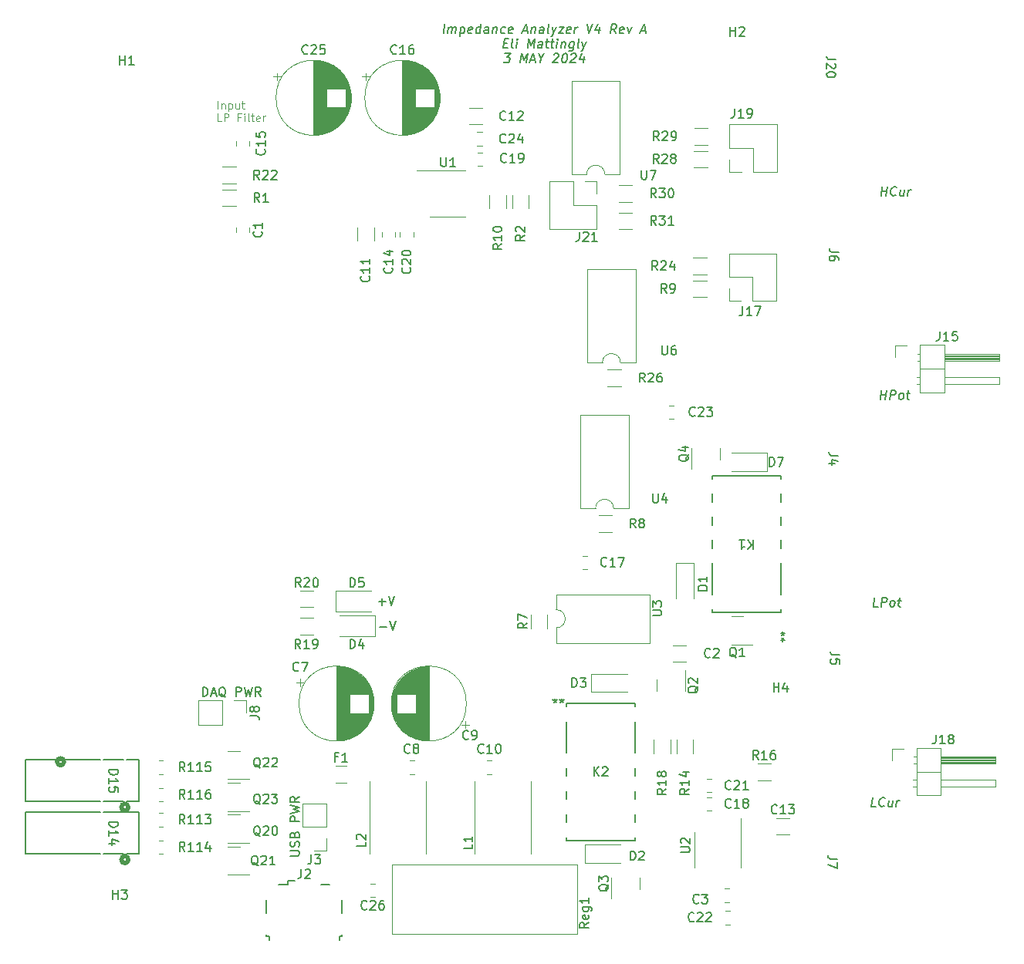
<source format=gbr>
%TF.GenerationSoftware,KiCad,Pcbnew,(6.0.0)*%
%TF.CreationDate,2024-05-04T22:15:16-04:00*%
%TF.ProjectId,Impedance_Analyzer_V4,496d7065-6461-46e6-9365-5f416e616c79,rev?*%
%TF.SameCoordinates,Original*%
%TF.FileFunction,Legend,Top*%
%TF.FilePolarity,Positive*%
%FSLAX46Y46*%
G04 Gerber Fmt 4.6, Leading zero omitted, Abs format (unit mm)*
G04 Created by KiCad (PCBNEW (6.0.0)) date 2024-05-04 22:15:16*
%MOMM*%
%LPD*%
G01*
G04 APERTURE LIST*
%ADD10C,0.150000*%
%ADD11C,0.100000*%
%ADD12C,0.120000*%
%ADD13C,0.152400*%
%ADD14C,0.508000*%
G04 APERTURE END LIST*
D10*
X89583333Y-115702380D02*
X89583333Y-114702380D01*
X89821428Y-114702380D01*
X89964285Y-114750000D01*
X90059523Y-114845238D01*
X90107142Y-114940476D01*
X90154761Y-115130952D01*
X90154761Y-115273809D01*
X90107142Y-115464285D01*
X90059523Y-115559523D01*
X89964285Y-115654761D01*
X89821428Y-115702380D01*
X89583333Y-115702380D01*
X90535714Y-115416666D02*
X91011904Y-115416666D01*
X90440476Y-115702380D02*
X90773809Y-114702380D01*
X91107142Y-115702380D01*
X92107142Y-115797619D02*
X92011904Y-115750000D01*
X91916666Y-115654761D01*
X91773809Y-115511904D01*
X91678571Y-115464285D01*
X91583333Y-115464285D01*
X91630952Y-115702380D02*
X91535714Y-115654761D01*
X91440476Y-115559523D01*
X91392857Y-115369047D01*
X91392857Y-115035714D01*
X91440476Y-114845238D01*
X91535714Y-114750000D01*
X91630952Y-114702380D01*
X91821428Y-114702380D01*
X91916666Y-114750000D01*
X92011904Y-114845238D01*
X92059523Y-115035714D01*
X92059523Y-115369047D01*
X92011904Y-115559523D01*
X91916666Y-115654761D01*
X91821428Y-115702380D01*
X91630952Y-115702380D01*
X93250000Y-115702380D02*
X93250000Y-114702380D01*
X93630952Y-114702380D01*
X93726190Y-114750000D01*
X93773809Y-114797619D01*
X93821428Y-114892857D01*
X93821428Y-115035714D01*
X93773809Y-115130952D01*
X93726190Y-115178571D01*
X93630952Y-115226190D01*
X93250000Y-115226190D01*
X94154761Y-114702380D02*
X94392857Y-115702380D01*
X94583333Y-114988095D01*
X94773809Y-115702380D01*
X95011904Y-114702380D01*
X95964285Y-115702380D02*
X95630952Y-115226190D01*
X95392857Y-115702380D02*
X95392857Y-114702380D01*
X95773809Y-114702380D01*
X95869047Y-114750000D01*
X95916666Y-114797619D01*
X95964285Y-114892857D01*
X95964285Y-115035714D01*
X95916666Y-115130952D01*
X95869047Y-115178571D01*
X95773809Y-115226190D01*
X95392857Y-115226190D01*
X99202380Y-133214285D02*
X100011904Y-133214285D01*
X100107142Y-133166666D01*
X100154761Y-133119047D01*
X100202380Y-133023809D01*
X100202380Y-132833333D01*
X100154761Y-132738095D01*
X100107142Y-132690476D01*
X100011904Y-132642857D01*
X99202380Y-132642857D01*
X100154761Y-132214285D02*
X100202380Y-132071428D01*
X100202380Y-131833333D01*
X100154761Y-131738095D01*
X100107142Y-131690476D01*
X100011904Y-131642857D01*
X99916666Y-131642857D01*
X99821428Y-131690476D01*
X99773809Y-131738095D01*
X99726190Y-131833333D01*
X99678571Y-132023809D01*
X99630952Y-132119047D01*
X99583333Y-132166666D01*
X99488095Y-132214285D01*
X99392857Y-132214285D01*
X99297619Y-132166666D01*
X99250000Y-132119047D01*
X99202380Y-132023809D01*
X99202380Y-131785714D01*
X99250000Y-131642857D01*
X99678571Y-130880952D02*
X99726190Y-130738095D01*
X99773809Y-130690476D01*
X99869047Y-130642857D01*
X100011904Y-130642857D01*
X100107142Y-130690476D01*
X100154761Y-130738095D01*
X100202380Y-130833333D01*
X100202380Y-131214285D01*
X99202380Y-131214285D01*
X99202380Y-130880952D01*
X99250000Y-130785714D01*
X99297619Y-130738095D01*
X99392857Y-130690476D01*
X99488095Y-130690476D01*
X99583333Y-130738095D01*
X99630952Y-130785714D01*
X99678571Y-130880952D01*
X99678571Y-131214285D01*
X100202380Y-129452380D02*
X99202380Y-129452380D01*
X99202380Y-129071428D01*
X99250000Y-128976190D01*
X99297619Y-128928571D01*
X99392857Y-128880952D01*
X99535714Y-128880952D01*
X99630952Y-128928571D01*
X99678571Y-128976190D01*
X99726190Y-129071428D01*
X99726190Y-129452380D01*
X99202380Y-128547619D02*
X100202380Y-128309523D01*
X99488095Y-128119047D01*
X100202380Y-127928571D01*
X99202380Y-127690476D01*
X100202380Y-126738095D02*
X99726190Y-127071428D01*
X100202380Y-127309523D02*
X99202380Y-127309523D01*
X99202380Y-126928571D01*
X99250000Y-126833333D01*
X99297619Y-126785714D01*
X99392857Y-126738095D01*
X99535714Y-126738095D01*
X99630952Y-126785714D01*
X99678571Y-126833333D01*
X99726190Y-126928571D01*
X99726190Y-127309523D01*
X164007708Y-60752380D02*
X164132708Y-59752380D01*
X164073184Y-60228571D02*
X164644613Y-60228571D01*
X164579136Y-60752380D02*
X164704136Y-59752380D01*
X165638660Y-60657142D02*
X165585089Y-60704761D01*
X165436279Y-60752380D01*
X165341041Y-60752380D01*
X165204136Y-60704761D01*
X165120803Y-60609523D01*
X165085089Y-60514285D01*
X165061279Y-60323809D01*
X165079136Y-60180952D01*
X165150565Y-59990476D01*
X165210089Y-59895238D01*
X165317232Y-59800000D01*
X165466041Y-59752380D01*
X165561279Y-59752380D01*
X165698184Y-59800000D01*
X165739851Y-59847619D01*
X166567232Y-60085714D02*
X166483898Y-60752380D01*
X166138660Y-60085714D02*
X166073184Y-60609523D01*
X166108898Y-60704761D01*
X166198184Y-60752380D01*
X166341041Y-60752380D01*
X166442232Y-60704761D01*
X166495803Y-60657142D01*
X166960089Y-60752380D02*
X167043422Y-60085714D01*
X167019613Y-60276190D02*
X167079136Y-60180952D01*
X167132708Y-60133333D01*
X167233898Y-60085714D01*
X167329136Y-60085714D01*
X163931517Y-83102380D02*
X164056517Y-82102380D01*
X163996994Y-82578571D02*
X164568422Y-82578571D01*
X164502946Y-83102380D02*
X164627946Y-82102380D01*
X164979136Y-83102380D02*
X165104136Y-82102380D01*
X165485089Y-82102380D01*
X165574375Y-82150000D01*
X165616041Y-82197619D01*
X165651755Y-82292857D01*
X165633898Y-82435714D01*
X165574375Y-82530952D01*
X165520803Y-82578571D01*
X165419613Y-82626190D01*
X165038660Y-82626190D01*
X166121994Y-83102380D02*
X166032708Y-83054761D01*
X165991041Y-83007142D01*
X165955327Y-82911904D01*
X165991041Y-82626190D01*
X166050565Y-82530952D01*
X166104136Y-82483333D01*
X166205327Y-82435714D01*
X166348184Y-82435714D01*
X166437470Y-82483333D01*
X166479136Y-82530952D01*
X166514851Y-82626190D01*
X166479136Y-82911904D01*
X166419613Y-83007142D01*
X166366041Y-83054761D01*
X166264851Y-83102380D01*
X166121994Y-83102380D01*
X166824375Y-82435714D02*
X167205327Y-82435714D01*
X167008898Y-82102380D02*
X166901755Y-82959523D01*
X166937470Y-83054761D01*
X167026755Y-83102380D01*
X167121994Y-83102380D01*
X163676755Y-105852380D02*
X163200565Y-105852380D01*
X163325565Y-104852380D01*
X164010089Y-105852380D02*
X164135089Y-104852380D01*
X164516041Y-104852380D01*
X164605327Y-104900000D01*
X164646994Y-104947619D01*
X164682708Y-105042857D01*
X164664851Y-105185714D01*
X164605327Y-105280952D01*
X164551755Y-105328571D01*
X164450565Y-105376190D01*
X164069613Y-105376190D01*
X165152946Y-105852380D02*
X165063660Y-105804761D01*
X165021994Y-105757142D01*
X164986279Y-105661904D01*
X165021994Y-105376190D01*
X165081517Y-105280952D01*
X165135089Y-105233333D01*
X165236279Y-105185714D01*
X165379136Y-105185714D01*
X165468422Y-105233333D01*
X165510089Y-105280952D01*
X165545803Y-105376190D01*
X165510089Y-105661904D01*
X165450565Y-105757142D01*
X165396994Y-105804761D01*
X165295803Y-105852380D01*
X165152946Y-105852380D01*
X165855327Y-105185714D02*
X166236279Y-105185714D01*
X166039851Y-104852380D02*
X165932708Y-105709523D01*
X165968422Y-105804761D01*
X166057708Y-105852380D01*
X166152946Y-105852380D01*
X163452946Y-127802380D02*
X162976755Y-127802380D01*
X163101755Y-126802380D01*
X164369613Y-127707142D02*
X164316041Y-127754761D01*
X164167232Y-127802380D01*
X164071994Y-127802380D01*
X163935089Y-127754761D01*
X163851755Y-127659523D01*
X163816041Y-127564285D01*
X163792232Y-127373809D01*
X163810089Y-127230952D01*
X163881517Y-127040476D01*
X163941041Y-126945238D01*
X164048184Y-126850000D01*
X164196994Y-126802380D01*
X164292232Y-126802380D01*
X164429136Y-126850000D01*
X164470803Y-126897619D01*
X165298184Y-127135714D02*
X165214851Y-127802380D01*
X164869613Y-127135714D02*
X164804136Y-127659523D01*
X164839851Y-127754761D01*
X164929136Y-127802380D01*
X165071994Y-127802380D01*
X165173184Y-127754761D01*
X165226755Y-127707142D01*
X165691041Y-127802380D02*
X165774375Y-127135714D01*
X165750565Y-127326190D02*
X165810089Y-127230952D01*
X165863660Y-127183333D01*
X165964851Y-127135714D01*
X166060089Y-127135714D01*
X109040476Y-108071428D02*
X109802380Y-108071428D01*
X110135714Y-107452380D02*
X110469047Y-108452380D01*
X110802380Y-107452380D01*
X116007708Y-42917380D02*
X116132708Y-41917380D01*
X116483898Y-42917380D02*
X116567232Y-42250714D01*
X116555327Y-42345952D02*
X116608898Y-42298333D01*
X116710089Y-42250714D01*
X116852946Y-42250714D01*
X116942232Y-42298333D01*
X116977946Y-42393571D01*
X116912470Y-42917380D01*
X116977946Y-42393571D02*
X117037470Y-42298333D01*
X117138660Y-42250714D01*
X117281517Y-42250714D01*
X117370803Y-42298333D01*
X117406517Y-42393571D01*
X117341041Y-42917380D01*
X117900565Y-42250714D02*
X117775565Y-43250714D01*
X117894613Y-42298333D02*
X117995803Y-42250714D01*
X118186279Y-42250714D01*
X118275565Y-42298333D01*
X118317232Y-42345952D01*
X118352946Y-42441190D01*
X118317232Y-42726904D01*
X118257708Y-42822142D01*
X118204136Y-42869761D01*
X118102946Y-42917380D01*
X117912470Y-42917380D01*
X117823184Y-42869761D01*
X119108898Y-42869761D02*
X119007708Y-42917380D01*
X118817232Y-42917380D01*
X118727946Y-42869761D01*
X118692232Y-42774523D01*
X118739851Y-42393571D01*
X118799375Y-42298333D01*
X118900565Y-42250714D01*
X119091041Y-42250714D01*
X119180327Y-42298333D01*
X119216041Y-42393571D01*
X119204136Y-42488809D01*
X118716041Y-42584047D01*
X120007708Y-42917380D02*
X120132708Y-41917380D01*
X120013660Y-42869761D02*
X119912470Y-42917380D01*
X119721994Y-42917380D01*
X119632708Y-42869761D01*
X119591041Y-42822142D01*
X119555327Y-42726904D01*
X119591041Y-42441190D01*
X119650565Y-42345952D01*
X119704136Y-42298333D01*
X119805327Y-42250714D01*
X119995803Y-42250714D01*
X120085089Y-42298333D01*
X120912470Y-42917380D02*
X120977946Y-42393571D01*
X120942232Y-42298333D01*
X120852946Y-42250714D01*
X120662470Y-42250714D01*
X120561279Y-42298333D01*
X120918422Y-42869761D02*
X120817232Y-42917380D01*
X120579136Y-42917380D01*
X120489851Y-42869761D01*
X120454136Y-42774523D01*
X120466041Y-42679285D01*
X120525565Y-42584047D01*
X120626755Y-42536428D01*
X120864851Y-42536428D01*
X120966041Y-42488809D01*
X121471994Y-42250714D02*
X121388660Y-42917380D01*
X121460089Y-42345952D02*
X121513660Y-42298333D01*
X121614851Y-42250714D01*
X121757708Y-42250714D01*
X121846994Y-42298333D01*
X121882708Y-42393571D01*
X121817232Y-42917380D01*
X122727946Y-42869761D02*
X122626755Y-42917380D01*
X122436279Y-42917380D01*
X122346994Y-42869761D01*
X122305327Y-42822142D01*
X122269613Y-42726904D01*
X122305327Y-42441190D01*
X122364851Y-42345952D01*
X122418422Y-42298333D01*
X122519613Y-42250714D01*
X122710089Y-42250714D01*
X122799375Y-42298333D01*
X123537470Y-42869761D02*
X123436279Y-42917380D01*
X123245803Y-42917380D01*
X123156517Y-42869761D01*
X123120803Y-42774523D01*
X123168422Y-42393571D01*
X123227946Y-42298333D01*
X123329136Y-42250714D01*
X123519613Y-42250714D01*
X123608898Y-42298333D01*
X123644613Y-42393571D01*
X123632708Y-42488809D01*
X123144613Y-42584047D01*
X124757708Y-42631666D02*
X125233898Y-42631666D01*
X124626755Y-42917380D02*
X125085089Y-41917380D01*
X125293422Y-42917380D01*
X125710089Y-42250714D02*
X125626755Y-42917380D01*
X125698184Y-42345952D02*
X125751755Y-42298333D01*
X125852946Y-42250714D01*
X125995803Y-42250714D01*
X126085089Y-42298333D01*
X126120803Y-42393571D01*
X126055327Y-42917380D01*
X126960089Y-42917380D02*
X127025565Y-42393571D01*
X126989851Y-42298333D01*
X126900565Y-42250714D01*
X126710089Y-42250714D01*
X126608898Y-42298333D01*
X126966041Y-42869761D02*
X126864851Y-42917380D01*
X126626755Y-42917380D01*
X126537470Y-42869761D01*
X126501755Y-42774523D01*
X126513660Y-42679285D01*
X126573184Y-42584047D01*
X126674375Y-42536428D01*
X126912470Y-42536428D01*
X127013660Y-42488809D01*
X127579136Y-42917380D02*
X127489851Y-42869761D01*
X127454136Y-42774523D01*
X127561279Y-41917380D01*
X127948184Y-42250714D02*
X128102946Y-42917380D01*
X128424375Y-42250714D02*
X128102946Y-42917380D01*
X127977946Y-43155476D01*
X127924375Y-43203095D01*
X127823184Y-43250714D01*
X128710089Y-42250714D02*
X129233898Y-42250714D01*
X128626755Y-42917380D01*
X129150565Y-42917380D01*
X129918422Y-42869761D02*
X129817232Y-42917380D01*
X129626755Y-42917380D01*
X129537470Y-42869761D01*
X129501755Y-42774523D01*
X129549375Y-42393571D01*
X129608898Y-42298333D01*
X129710089Y-42250714D01*
X129900565Y-42250714D01*
X129989851Y-42298333D01*
X130025565Y-42393571D01*
X130013660Y-42488809D01*
X129525565Y-42584047D01*
X130388660Y-42917380D02*
X130471994Y-42250714D01*
X130448184Y-42441190D02*
X130507708Y-42345952D01*
X130561279Y-42298333D01*
X130662470Y-42250714D01*
X130757708Y-42250714D01*
X131751755Y-41917380D02*
X131960089Y-42917380D01*
X132418422Y-41917380D01*
X133138660Y-42250714D02*
X133055327Y-42917380D01*
X132948184Y-41869761D02*
X132620803Y-42584047D01*
X133239851Y-42584047D01*
X134912470Y-42917380D02*
X134638660Y-42441190D01*
X134341041Y-42917380D02*
X134466041Y-41917380D01*
X134846994Y-41917380D01*
X134936279Y-41965000D01*
X134977946Y-42012619D01*
X135013660Y-42107857D01*
X134995803Y-42250714D01*
X134936279Y-42345952D01*
X134882708Y-42393571D01*
X134781517Y-42441190D01*
X134400565Y-42441190D01*
X135727946Y-42869761D02*
X135626755Y-42917380D01*
X135436279Y-42917380D01*
X135346994Y-42869761D01*
X135311279Y-42774523D01*
X135358898Y-42393571D01*
X135418422Y-42298333D01*
X135519613Y-42250714D01*
X135710089Y-42250714D01*
X135799375Y-42298333D01*
X135835089Y-42393571D01*
X135823184Y-42488809D01*
X135335089Y-42584047D01*
X136186279Y-42250714D02*
X136341041Y-42917380D01*
X136662470Y-42250714D01*
X137710089Y-42631666D02*
X138186279Y-42631666D01*
X137579136Y-42917380D02*
X138037470Y-41917380D01*
X138245803Y-42917380D01*
X122644613Y-44003571D02*
X122977946Y-44003571D01*
X123055327Y-44527380D02*
X122579136Y-44527380D01*
X122704136Y-43527380D01*
X123180327Y-43527380D01*
X123626755Y-44527380D02*
X123537470Y-44479761D01*
X123501755Y-44384523D01*
X123608898Y-43527380D01*
X124007708Y-44527380D02*
X124091041Y-43860714D01*
X124132708Y-43527380D02*
X124079136Y-43575000D01*
X124120803Y-43622619D01*
X124174375Y-43575000D01*
X124132708Y-43527380D01*
X124120803Y-43622619D01*
X125245803Y-44527380D02*
X125370803Y-43527380D01*
X125614851Y-44241666D01*
X126037470Y-43527380D01*
X125912470Y-44527380D01*
X126817232Y-44527380D02*
X126882708Y-44003571D01*
X126846994Y-43908333D01*
X126757708Y-43860714D01*
X126567232Y-43860714D01*
X126466041Y-43908333D01*
X126823184Y-44479761D02*
X126721994Y-44527380D01*
X126483898Y-44527380D01*
X126394613Y-44479761D01*
X126358898Y-44384523D01*
X126370803Y-44289285D01*
X126430327Y-44194047D01*
X126531517Y-44146428D01*
X126769613Y-44146428D01*
X126870803Y-44098809D01*
X127233898Y-43860714D02*
X127614851Y-43860714D01*
X127418422Y-43527380D02*
X127311279Y-44384523D01*
X127346994Y-44479761D01*
X127436279Y-44527380D01*
X127531517Y-44527380D01*
X127805327Y-43860714D02*
X128186279Y-43860714D01*
X127989851Y-43527380D02*
X127882708Y-44384523D01*
X127918422Y-44479761D01*
X128007708Y-44527380D01*
X128102946Y-44527380D01*
X128436279Y-44527380D02*
X128519613Y-43860714D01*
X128561279Y-43527380D02*
X128507708Y-43575000D01*
X128549375Y-43622619D01*
X128602946Y-43575000D01*
X128561279Y-43527380D01*
X128549375Y-43622619D01*
X128995803Y-43860714D02*
X128912470Y-44527380D01*
X128983898Y-43955952D02*
X129037470Y-43908333D01*
X129138660Y-43860714D01*
X129281517Y-43860714D01*
X129370803Y-43908333D01*
X129406517Y-44003571D01*
X129341041Y-44527380D01*
X130329136Y-43860714D02*
X130227946Y-44670238D01*
X130168422Y-44765476D01*
X130114851Y-44813095D01*
X130013660Y-44860714D01*
X129870803Y-44860714D01*
X129781517Y-44813095D01*
X130251755Y-44479761D02*
X130150565Y-44527380D01*
X129960089Y-44527380D01*
X129870803Y-44479761D01*
X129829136Y-44432142D01*
X129793422Y-44336904D01*
X129829136Y-44051190D01*
X129888660Y-43955952D01*
X129942232Y-43908333D01*
X130043422Y-43860714D01*
X130233898Y-43860714D01*
X130323184Y-43908333D01*
X130864851Y-44527380D02*
X130775565Y-44479761D01*
X130739851Y-44384523D01*
X130846994Y-43527380D01*
X131233898Y-43860714D02*
X131388660Y-44527380D01*
X131710089Y-43860714D02*
X131388660Y-44527380D01*
X131263660Y-44765476D01*
X131210089Y-44813095D01*
X131108898Y-44860714D01*
X122751755Y-45137380D02*
X123370803Y-45137380D01*
X122989851Y-45518333D01*
X123132708Y-45518333D01*
X123221994Y-45565952D01*
X123263660Y-45613571D01*
X123299375Y-45708809D01*
X123269613Y-45946904D01*
X123210089Y-46042142D01*
X123156517Y-46089761D01*
X123055327Y-46137380D01*
X122769613Y-46137380D01*
X122680327Y-46089761D01*
X122638660Y-46042142D01*
X124436279Y-46137380D02*
X124561279Y-45137380D01*
X124805327Y-45851666D01*
X125227946Y-45137380D01*
X125102946Y-46137380D01*
X125567232Y-45851666D02*
X126043422Y-45851666D01*
X125436279Y-46137380D02*
X125894613Y-45137380D01*
X126102946Y-46137380D01*
X126686279Y-45661190D02*
X126626755Y-46137380D01*
X126418422Y-45137380D02*
X126686279Y-45661190D01*
X127085089Y-45137380D01*
X128120803Y-45232619D02*
X128174375Y-45185000D01*
X128275565Y-45137380D01*
X128513660Y-45137380D01*
X128602946Y-45185000D01*
X128644613Y-45232619D01*
X128680327Y-45327857D01*
X128668422Y-45423095D01*
X128602946Y-45565952D01*
X127960089Y-46137380D01*
X128579136Y-46137380D01*
X129323184Y-45137380D02*
X129418422Y-45137380D01*
X129507708Y-45185000D01*
X129549375Y-45232619D01*
X129585089Y-45327857D01*
X129608898Y-45518333D01*
X129579136Y-45756428D01*
X129507708Y-45946904D01*
X129448184Y-46042142D01*
X129394613Y-46089761D01*
X129293422Y-46137380D01*
X129198184Y-46137380D01*
X129108898Y-46089761D01*
X129067232Y-46042142D01*
X129031517Y-45946904D01*
X129007708Y-45756428D01*
X129037470Y-45518333D01*
X129108898Y-45327857D01*
X129168422Y-45232619D01*
X129221994Y-45185000D01*
X129323184Y-45137380D01*
X130025565Y-45232619D02*
X130079136Y-45185000D01*
X130180327Y-45137380D01*
X130418422Y-45137380D01*
X130507708Y-45185000D01*
X130549375Y-45232619D01*
X130585089Y-45327857D01*
X130573184Y-45423095D01*
X130507708Y-45565952D01*
X129864851Y-46137380D01*
X130483898Y-46137380D01*
X131424375Y-45470714D02*
X131341041Y-46137380D01*
X131233898Y-45089761D02*
X130906517Y-45804047D01*
X131525565Y-45804047D01*
X108890476Y-105321428D02*
X109652380Y-105321428D01*
X109271428Y-105702380D02*
X109271428Y-104940476D01*
X109985714Y-104702380D02*
X110319047Y-105702380D01*
X110652380Y-104702380D01*
D11*
X91267380Y-51200273D02*
X91267380Y-50350273D01*
X91672142Y-50633607D02*
X91672142Y-51200273D01*
X91672142Y-50714559D02*
X91712619Y-50674083D01*
X91793571Y-50633607D01*
X91915000Y-50633607D01*
X91995952Y-50674083D01*
X92036428Y-50755035D01*
X92036428Y-51200273D01*
X92441190Y-50633607D02*
X92441190Y-51483607D01*
X92441190Y-50674083D02*
X92522142Y-50633607D01*
X92684047Y-50633607D01*
X92765000Y-50674083D01*
X92805476Y-50714559D01*
X92845952Y-50795511D01*
X92845952Y-51038369D01*
X92805476Y-51119321D01*
X92765000Y-51159797D01*
X92684047Y-51200273D01*
X92522142Y-51200273D01*
X92441190Y-51159797D01*
X93574523Y-50633607D02*
X93574523Y-51200273D01*
X93210238Y-50633607D02*
X93210238Y-51078845D01*
X93250714Y-51159797D01*
X93331666Y-51200273D01*
X93453095Y-51200273D01*
X93534047Y-51159797D01*
X93574523Y-51119321D01*
X93857857Y-50633607D02*
X94181666Y-50633607D01*
X93979285Y-50350273D02*
X93979285Y-51078845D01*
X94019761Y-51159797D01*
X94100714Y-51200273D01*
X94181666Y-51200273D01*
X91672142Y-52568773D02*
X91267380Y-52568773D01*
X91267380Y-51718773D01*
X91955476Y-52568773D02*
X91955476Y-51718773D01*
X92279285Y-51718773D01*
X92360238Y-51759250D01*
X92400714Y-51799726D01*
X92441190Y-51880678D01*
X92441190Y-52002107D01*
X92400714Y-52083059D01*
X92360238Y-52123535D01*
X92279285Y-52164011D01*
X91955476Y-52164011D01*
X93736428Y-52123535D02*
X93453095Y-52123535D01*
X93453095Y-52568773D02*
X93453095Y-51718773D01*
X93857857Y-51718773D01*
X94181666Y-52568773D02*
X94181666Y-52002107D01*
X94181666Y-51718773D02*
X94141190Y-51759250D01*
X94181666Y-51799726D01*
X94222142Y-51759250D01*
X94181666Y-51718773D01*
X94181666Y-51799726D01*
X94707857Y-52568773D02*
X94626904Y-52528297D01*
X94586428Y-52447345D01*
X94586428Y-51718773D01*
X94910238Y-52002107D02*
X95234047Y-52002107D01*
X95031666Y-51718773D02*
X95031666Y-52447345D01*
X95072142Y-52528297D01*
X95153095Y-52568773D01*
X95234047Y-52568773D01*
X95841190Y-52528297D02*
X95760238Y-52568773D01*
X95598333Y-52568773D01*
X95517380Y-52528297D01*
X95476904Y-52447345D01*
X95476904Y-52123535D01*
X95517380Y-52042583D01*
X95598333Y-52002107D01*
X95760238Y-52002107D01*
X95841190Y-52042583D01*
X95881666Y-52123535D01*
X95881666Y-52204488D01*
X95476904Y-52285440D01*
X96245952Y-52568773D02*
X96245952Y-52002107D01*
X96245952Y-52164011D02*
X96286428Y-52083059D01*
X96326904Y-52042583D01*
X96407857Y-52002107D01*
X96488809Y-52002107D01*
D10*
%TO.C,J8*%
X94782380Y-117833333D02*
X95496666Y-117833333D01*
X95639523Y-117880952D01*
X95734761Y-117976190D01*
X95782380Y-118119047D01*
X95782380Y-118214285D01*
X95210952Y-117214285D02*
X95163333Y-117309523D01*
X95115714Y-117357142D01*
X95020476Y-117404761D01*
X94972857Y-117404761D01*
X94877619Y-117357142D01*
X94830000Y-117309523D01*
X94782380Y-117214285D01*
X94782380Y-117023809D01*
X94830000Y-116928571D01*
X94877619Y-116880952D01*
X94972857Y-116833333D01*
X95020476Y-116833333D01*
X95115714Y-116880952D01*
X95163333Y-116928571D01*
X95210952Y-117023809D01*
X95210952Y-117214285D01*
X95258571Y-117309523D01*
X95306190Y-117357142D01*
X95401428Y-117404761D01*
X95591904Y-117404761D01*
X95687142Y-117357142D01*
X95734761Y-117309523D01*
X95782380Y-117214285D01*
X95782380Y-117023809D01*
X95734761Y-116928571D01*
X95687142Y-116880952D01*
X95591904Y-116833333D01*
X95401428Y-116833333D01*
X95306190Y-116880952D01*
X95258571Y-116928571D01*
X95210952Y-117023809D01*
%TO.C,J3*%
X101516666Y-133102380D02*
X101516666Y-133816666D01*
X101469047Y-133959523D01*
X101373809Y-134054761D01*
X101230952Y-134102380D01*
X101135714Y-134102380D01*
X101897619Y-133102380D02*
X102516666Y-133102380D01*
X102183333Y-133483333D01*
X102326190Y-133483333D01*
X102421428Y-133530952D01*
X102469047Y-133578571D01*
X102516666Y-133673809D01*
X102516666Y-133911904D01*
X102469047Y-134007142D01*
X102421428Y-134054761D01*
X102326190Y-134102380D01*
X102040476Y-134102380D01*
X101945238Y-134054761D01*
X101897619Y-134007142D01*
%TO.C,F1*%
X104416666Y-122358571D02*
X104083333Y-122358571D01*
X104083333Y-122882380D02*
X104083333Y-121882380D01*
X104559523Y-121882380D01*
X105464285Y-122882380D02*
X104892857Y-122882380D01*
X105178571Y-122882380D02*
X105178571Y-121882380D01*
X105083333Y-122025238D01*
X104988095Y-122120476D01*
X104892857Y-122168095D01*
%TO.C,J2*%
X100416666Y-134702380D02*
X100416666Y-135416666D01*
X100369047Y-135559523D01*
X100273809Y-135654761D01*
X100130952Y-135702380D01*
X100035714Y-135702380D01*
X100845238Y-134797619D02*
X100892857Y-134750000D01*
X100988095Y-134702380D01*
X101226190Y-134702380D01*
X101321428Y-134750000D01*
X101369047Y-134797619D01*
X101416666Y-134892857D01*
X101416666Y-134988095D01*
X101369047Y-135130952D01*
X100797619Y-135702380D01*
X101416666Y-135702380D01*
%TO.C,U3*%
X138952380Y-106811904D02*
X139761904Y-106811904D01*
X139857142Y-106764285D01*
X139904761Y-106716666D01*
X139952380Y-106621428D01*
X139952380Y-106430952D01*
X139904761Y-106335714D01*
X139857142Y-106288095D01*
X139761904Y-106240476D01*
X138952380Y-106240476D01*
X138952380Y-105859523D02*
X138952380Y-105240476D01*
X139333333Y-105573809D01*
X139333333Y-105430952D01*
X139380952Y-105335714D01*
X139428571Y-105288095D01*
X139523809Y-105240476D01*
X139761904Y-105240476D01*
X139857142Y-105288095D01*
X139904761Y-105335714D01*
X139952380Y-105430952D01*
X139952380Y-105716666D01*
X139904761Y-105811904D01*
X139857142Y-105859523D01*
%TO.C,Q4*%
X142947619Y-89157738D02*
X142900000Y-89252976D01*
X142804761Y-89348214D01*
X142661904Y-89491071D01*
X142614285Y-89586309D01*
X142614285Y-89681547D01*
X142852380Y-89633928D02*
X142804761Y-89729166D01*
X142709523Y-89824404D01*
X142519047Y-89872023D01*
X142185714Y-89872023D01*
X141995238Y-89824404D01*
X141900000Y-89729166D01*
X141852380Y-89633928D01*
X141852380Y-89443452D01*
X141900000Y-89348214D01*
X141995238Y-89252976D01*
X142185714Y-89205357D01*
X142519047Y-89205357D01*
X142709523Y-89252976D01*
X142804761Y-89348214D01*
X142852380Y-89443452D01*
X142852380Y-89633928D01*
X142185714Y-88348214D02*
X142852380Y-88348214D01*
X141804761Y-88586309D02*
X142519047Y-88824404D01*
X142519047Y-88205357D01*
%TO.C,K1*%
X149988096Y-98547619D02*
X149988096Y-99547619D01*
X149416667Y-98547619D02*
X149845239Y-99119047D01*
X149416667Y-99547619D02*
X149988096Y-98976190D01*
X148464286Y-98547619D02*
X149035715Y-98547619D01*
X148750001Y-98547619D02*
X148750001Y-99547619D01*
X148845239Y-99404761D01*
X148940477Y-99309523D01*
X149035715Y-99261904D01*
X153250000Y-109690953D02*
X153250000Y-109452857D01*
X153488095Y-109548095D02*
X153250000Y-109452857D01*
X153011904Y-109548095D01*
X153392857Y-109262381D02*
X153250000Y-109452857D01*
X153107142Y-109262381D01*
X153250000Y-108595714D02*
X153250000Y-108833810D01*
X153011904Y-108738572D02*
X153250000Y-108833810D01*
X153488095Y-108738572D01*
X153107142Y-109024286D02*
X153250000Y-108833810D01*
X153392857Y-109024286D01*
%TO.C,D7*%
X151761904Y-90452380D02*
X151761904Y-89452380D01*
X152000000Y-89452380D01*
X152142857Y-89500000D01*
X152238095Y-89595238D01*
X152285714Y-89690476D01*
X152333333Y-89880952D01*
X152333333Y-90023809D01*
X152285714Y-90214285D01*
X152238095Y-90309523D01*
X152142857Y-90404761D01*
X152000000Y-90452380D01*
X151761904Y-90452380D01*
X152666666Y-89452380D02*
X153333333Y-89452380D01*
X152904761Y-90452380D01*
%TO.C,Q3*%
X134147619Y-136345238D02*
X134100000Y-136440476D01*
X134004761Y-136535714D01*
X133861904Y-136678571D01*
X133814285Y-136773809D01*
X133814285Y-136869047D01*
X134052380Y-136821428D02*
X134004761Y-136916666D01*
X133909523Y-137011904D01*
X133719047Y-137059523D01*
X133385714Y-137059523D01*
X133195238Y-137011904D01*
X133100000Y-136916666D01*
X133052380Y-136821428D01*
X133052380Y-136630952D01*
X133100000Y-136535714D01*
X133195238Y-136440476D01*
X133385714Y-136392857D01*
X133719047Y-136392857D01*
X133909523Y-136440476D01*
X134004761Y-136535714D01*
X134052380Y-136630952D01*
X134052380Y-136821428D01*
X133052380Y-136059523D02*
X133052380Y-135440476D01*
X133433333Y-135773809D01*
X133433333Y-135630952D01*
X133480952Y-135535714D01*
X133528571Y-135488095D01*
X133623809Y-135440476D01*
X133861904Y-135440476D01*
X133957142Y-135488095D01*
X134004761Y-135535714D01*
X134052380Y-135630952D01*
X134052380Y-135916666D01*
X134004761Y-136011904D01*
X133957142Y-136059523D01*
%TO.C,Q2*%
X143947619Y-114595238D02*
X143900000Y-114690476D01*
X143804761Y-114785714D01*
X143661904Y-114928571D01*
X143614285Y-115023809D01*
X143614285Y-115119047D01*
X143852380Y-115071428D02*
X143804761Y-115166666D01*
X143709523Y-115261904D01*
X143519047Y-115309523D01*
X143185714Y-115309523D01*
X142995238Y-115261904D01*
X142900000Y-115166666D01*
X142852380Y-115071428D01*
X142852380Y-114880952D01*
X142900000Y-114785714D01*
X142995238Y-114690476D01*
X143185714Y-114642857D01*
X143519047Y-114642857D01*
X143709523Y-114690476D01*
X143804761Y-114785714D01*
X143852380Y-114880952D01*
X143852380Y-115071428D01*
X142947619Y-114261904D02*
X142900000Y-114214285D01*
X142852380Y-114119047D01*
X142852380Y-113880952D01*
X142900000Y-113785714D01*
X142947619Y-113738095D01*
X143042857Y-113690476D01*
X143138095Y-113690476D01*
X143280952Y-113738095D01*
X143852380Y-114309523D01*
X143852380Y-113690476D01*
%TO.C,K2*%
X132511904Y-124452381D02*
X132511904Y-123452381D01*
X133083333Y-124452381D02*
X132654761Y-123880953D01*
X133083333Y-123452381D02*
X132511904Y-124023810D01*
X133464285Y-123547620D02*
X133511904Y-123500001D01*
X133607142Y-123452381D01*
X133845238Y-123452381D01*
X133940476Y-123500001D01*
X133988095Y-123547620D01*
X134035714Y-123642858D01*
X134035714Y-123738096D01*
X133988095Y-123880953D01*
X133416666Y-124452381D01*
X134035714Y-124452381D01*
X128250000Y-115952380D02*
X128250000Y-116190476D01*
X128011904Y-116095238D02*
X128250000Y-116190476D01*
X128488095Y-116095238D01*
X128107142Y-116380952D02*
X128250000Y-116190476D01*
X128392857Y-116380952D01*
X129000000Y-115952380D02*
X129000000Y-116190476D01*
X128761904Y-116095238D02*
X129000000Y-116190476D01*
X129238095Y-116095238D01*
X128857142Y-116380952D02*
X129000000Y-116190476D01*
X129142857Y-116380952D01*
%TO.C,D3*%
X130111904Y-114702380D02*
X130111904Y-113702380D01*
X130350000Y-113702380D01*
X130492857Y-113750000D01*
X130588095Y-113845238D01*
X130635714Y-113940476D01*
X130683333Y-114130952D01*
X130683333Y-114273809D01*
X130635714Y-114464285D01*
X130588095Y-114559523D01*
X130492857Y-114654761D01*
X130350000Y-114702380D01*
X130111904Y-114702380D01*
X131016666Y-113702380D02*
X131635714Y-113702380D01*
X131302380Y-114083333D01*
X131445238Y-114083333D01*
X131540476Y-114130952D01*
X131588095Y-114178571D01*
X131635714Y-114273809D01*
X131635714Y-114511904D01*
X131588095Y-114607142D01*
X131540476Y-114654761D01*
X131445238Y-114702380D01*
X131159523Y-114702380D01*
X131064285Y-114654761D01*
X131016666Y-114607142D01*
%TO.C,D2*%
X136511904Y-133702380D02*
X136511904Y-132702380D01*
X136750000Y-132702380D01*
X136892857Y-132750000D01*
X136988095Y-132845238D01*
X137035714Y-132940476D01*
X137083333Y-133130952D01*
X137083333Y-133273809D01*
X137035714Y-133464285D01*
X136988095Y-133559523D01*
X136892857Y-133654761D01*
X136750000Y-133702380D01*
X136511904Y-133702380D01*
X137464285Y-132797619D02*
X137511904Y-132750000D01*
X137607142Y-132702380D01*
X137845238Y-132702380D01*
X137940476Y-132750000D01*
X137988095Y-132797619D01*
X138035714Y-132892857D01*
X138035714Y-132988095D01*
X137988095Y-133130952D01*
X137416666Y-133702380D01*
X138035714Y-133702380D01*
%TO.C,Q1*%
X148154761Y-111447619D02*
X148059523Y-111400000D01*
X147964285Y-111304761D01*
X147821428Y-111161904D01*
X147726190Y-111114285D01*
X147630952Y-111114285D01*
X147678571Y-111352380D02*
X147583333Y-111304761D01*
X147488095Y-111209523D01*
X147440476Y-111019047D01*
X147440476Y-110685714D01*
X147488095Y-110495238D01*
X147583333Y-110400000D01*
X147678571Y-110352380D01*
X147869047Y-110352380D01*
X147964285Y-110400000D01*
X148059523Y-110495238D01*
X148107142Y-110685714D01*
X148107142Y-111019047D01*
X148059523Y-111209523D01*
X147964285Y-111304761D01*
X147869047Y-111352380D01*
X147678571Y-111352380D01*
X149059523Y-111352380D02*
X148488095Y-111352380D01*
X148773809Y-111352380D02*
X148773809Y-110352380D01*
X148678571Y-110495238D01*
X148583333Y-110590476D01*
X148488095Y-110638095D01*
%TO.C,D1*%
X144952380Y-104088095D02*
X143952380Y-104088095D01*
X143952380Y-103850000D01*
X144000000Y-103707142D01*
X144095238Y-103611904D01*
X144190476Y-103564285D01*
X144380952Y-103516666D01*
X144523809Y-103516666D01*
X144714285Y-103564285D01*
X144809523Y-103611904D01*
X144904761Y-103707142D01*
X144952380Y-103850000D01*
X144952380Y-104088095D01*
X144952380Y-102564285D02*
X144952380Y-103135714D01*
X144952380Y-102850000D02*
X143952380Y-102850000D01*
X144095238Y-102945238D01*
X144190476Y-103040476D01*
X144238095Y-103135714D01*
%TO.C,R116*%
X87630952Y-126952380D02*
X87297619Y-126476190D01*
X87059523Y-126952380D02*
X87059523Y-125952380D01*
X87440476Y-125952380D01*
X87535714Y-126000000D01*
X87583333Y-126047619D01*
X87630952Y-126142857D01*
X87630952Y-126285714D01*
X87583333Y-126380952D01*
X87535714Y-126428571D01*
X87440476Y-126476190D01*
X87059523Y-126476190D01*
X88583333Y-126952380D02*
X88011904Y-126952380D01*
X88297619Y-126952380D02*
X88297619Y-125952380D01*
X88202380Y-126095238D01*
X88107142Y-126190476D01*
X88011904Y-126238095D01*
X89535714Y-126952380D02*
X88964285Y-126952380D01*
X89250000Y-126952380D02*
X89250000Y-125952380D01*
X89154761Y-126095238D01*
X89059523Y-126190476D01*
X88964285Y-126238095D01*
X90392857Y-125952380D02*
X90202380Y-125952380D01*
X90107142Y-126000000D01*
X90059523Y-126047619D01*
X89964285Y-126190476D01*
X89916666Y-126380952D01*
X89916666Y-126761904D01*
X89964285Y-126857142D01*
X90011904Y-126904761D01*
X90107142Y-126952380D01*
X90297619Y-126952380D01*
X90392857Y-126904761D01*
X90440476Y-126857142D01*
X90488095Y-126761904D01*
X90488095Y-126523809D01*
X90440476Y-126428571D01*
X90392857Y-126380952D01*
X90297619Y-126333333D01*
X90107142Y-126333333D01*
X90011904Y-126380952D01*
X89964285Y-126428571D01*
X89916666Y-126523809D01*
%TO.C,R115*%
X87630952Y-123952380D02*
X87297619Y-123476190D01*
X87059523Y-123952380D02*
X87059523Y-122952380D01*
X87440476Y-122952380D01*
X87535714Y-123000000D01*
X87583333Y-123047619D01*
X87630952Y-123142857D01*
X87630952Y-123285714D01*
X87583333Y-123380952D01*
X87535714Y-123428571D01*
X87440476Y-123476190D01*
X87059523Y-123476190D01*
X88583333Y-123952380D02*
X88011904Y-123952380D01*
X88297619Y-123952380D02*
X88297619Y-122952380D01*
X88202380Y-123095238D01*
X88107142Y-123190476D01*
X88011904Y-123238095D01*
X89535714Y-123952380D02*
X88964285Y-123952380D01*
X89250000Y-123952380D02*
X89250000Y-122952380D01*
X89154761Y-123095238D01*
X89059523Y-123190476D01*
X88964285Y-123238095D01*
X90440476Y-122952380D02*
X89964285Y-122952380D01*
X89916666Y-123428571D01*
X89964285Y-123380952D01*
X90059523Y-123333333D01*
X90297619Y-123333333D01*
X90392857Y-123380952D01*
X90440476Y-123428571D01*
X90488095Y-123523809D01*
X90488095Y-123761904D01*
X90440476Y-123857142D01*
X90392857Y-123904761D01*
X90297619Y-123952380D01*
X90059523Y-123952380D01*
X89964285Y-123904761D01*
X89916666Y-123857142D01*
%TO.C,R114*%
X87630952Y-132702380D02*
X87297619Y-132226190D01*
X87059523Y-132702380D02*
X87059523Y-131702380D01*
X87440476Y-131702380D01*
X87535714Y-131750000D01*
X87583333Y-131797619D01*
X87630952Y-131892857D01*
X87630952Y-132035714D01*
X87583333Y-132130952D01*
X87535714Y-132178571D01*
X87440476Y-132226190D01*
X87059523Y-132226190D01*
X88583333Y-132702380D02*
X88011904Y-132702380D01*
X88297619Y-132702380D02*
X88297619Y-131702380D01*
X88202380Y-131845238D01*
X88107142Y-131940476D01*
X88011904Y-131988095D01*
X89535714Y-132702380D02*
X88964285Y-132702380D01*
X89250000Y-132702380D02*
X89250000Y-131702380D01*
X89154761Y-131845238D01*
X89059523Y-131940476D01*
X88964285Y-131988095D01*
X90392857Y-132035714D02*
X90392857Y-132702380D01*
X90154761Y-131654761D02*
X89916666Y-132369047D01*
X90535714Y-132369047D01*
%TO.C,R113*%
X87630952Y-129702380D02*
X87297619Y-129226190D01*
X87059523Y-129702380D02*
X87059523Y-128702380D01*
X87440476Y-128702380D01*
X87535714Y-128750000D01*
X87583333Y-128797619D01*
X87630952Y-128892857D01*
X87630952Y-129035714D01*
X87583333Y-129130952D01*
X87535714Y-129178571D01*
X87440476Y-129226190D01*
X87059523Y-129226190D01*
X88583333Y-129702380D02*
X88011904Y-129702380D01*
X88297619Y-129702380D02*
X88297619Y-128702380D01*
X88202380Y-128845238D01*
X88107142Y-128940476D01*
X88011904Y-128988095D01*
X89535714Y-129702380D02*
X88964285Y-129702380D01*
X89250000Y-129702380D02*
X89250000Y-128702380D01*
X89154761Y-128845238D01*
X89059523Y-128940476D01*
X88964285Y-128988095D01*
X89869047Y-128702380D02*
X90488095Y-128702380D01*
X90154761Y-129083333D01*
X90297619Y-129083333D01*
X90392857Y-129130952D01*
X90440476Y-129178571D01*
X90488095Y-129273809D01*
X90488095Y-129511904D01*
X90440476Y-129607142D01*
X90392857Y-129654761D01*
X90297619Y-129702380D01*
X90011904Y-129702380D01*
X89916666Y-129654761D01*
X89869047Y-129607142D01*
%TO.C,Q23*%
X95928571Y-127547619D02*
X95833333Y-127500000D01*
X95738095Y-127404761D01*
X95595238Y-127261904D01*
X95500000Y-127214285D01*
X95404761Y-127214285D01*
X95452380Y-127452380D02*
X95357142Y-127404761D01*
X95261904Y-127309523D01*
X95214285Y-127119047D01*
X95214285Y-126785714D01*
X95261904Y-126595238D01*
X95357142Y-126500000D01*
X95452380Y-126452380D01*
X95642857Y-126452380D01*
X95738095Y-126500000D01*
X95833333Y-126595238D01*
X95880952Y-126785714D01*
X95880952Y-127119047D01*
X95833333Y-127309523D01*
X95738095Y-127404761D01*
X95642857Y-127452380D01*
X95452380Y-127452380D01*
X96261904Y-126547619D02*
X96309523Y-126500000D01*
X96404761Y-126452380D01*
X96642857Y-126452380D01*
X96738095Y-126500000D01*
X96785714Y-126547619D01*
X96833333Y-126642857D01*
X96833333Y-126738095D01*
X96785714Y-126880952D01*
X96214285Y-127452380D01*
X96833333Y-127452380D01*
X97166666Y-126452380D02*
X97785714Y-126452380D01*
X97452380Y-126833333D01*
X97595238Y-126833333D01*
X97690476Y-126880952D01*
X97738095Y-126928571D01*
X97785714Y-127023809D01*
X97785714Y-127261904D01*
X97738095Y-127357142D01*
X97690476Y-127404761D01*
X97595238Y-127452380D01*
X97309523Y-127452380D01*
X97214285Y-127404761D01*
X97166666Y-127357142D01*
%TO.C,Q22*%
X95928571Y-123547619D02*
X95833333Y-123500000D01*
X95738095Y-123404761D01*
X95595238Y-123261904D01*
X95500000Y-123214285D01*
X95404761Y-123214285D01*
X95452380Y-123452380D02*
X95357142Y-123404761D01*
X95261904Y-123309523D01*
X95214285Y-123119047D01*
X95214285Y-122785714D01*
X95261904Y-122595238D01*
X95357142Y-122500000D01*
X95452380Y-122452380D01*
X95642857Y-122452380D01*
X95738095Y-122500000D01*
X95833333Y-122595238D01*
X95880952Y-122785714D01*
X95880952Y-123119047D01*
X95833333Y-123309523D01*
X95738095Y-123404761D01*
X95642857Y-123452380D01*
X95452380Y-123452380D01*
X96261904Y-122547619D02*
X96309523Y-122500000D01*
X96404761Y-122452380D01*
X96642857Y-122452380D01*
X96738095Y-122500000D01*
X96785714Y-122547619D01*
X96833333Y-122642857D01*
X96833333Y-122738095D01*
X96785714Y-122880952D01*
X96214285Y-123452380D01*
X96833333Y-123452380D01*
X97214285Y-122547619D02*
X97261904Y-122500000D01*
X97357142Y-122452380D01*
X97595238Y-122452380D01*
X97690476Y-122500000D01*
X97738095Y-122547619D01*
X97785714Y-122642857D01*
X97785714Y-122738095D01*
X97738095Y-122880952D01*
X97166666Y-123452380D01*
X97785714Y-123452380D01*
%TO.C,Q21*%
X95678571Y-134297619D02*
X95583333Y-134250000D01*
X95488095Y-134154761D01*
X95345238Y-134011904D01*
X95250000Y-133964285D01*
X95154761Y-133964285D01*
X95202380Y-134202380D02*
X95107142Y-134154761D01*
X95011904Y-134059523D01*
X94964285Y-133869047D01*
X94964285Y-133535714D01*
X95011904Y-133345238D01*
X95107142Y-133250000D01*
X95202380Y-133202380D01*
X95392857Y-133202380D01*
X95488095Y-133250000D01*
X95583333Y-133345238D01*
X95630952Y-133535714D01*
X95630952Y-133869047D01*
X95583333Y-134059523D01*
X95488095Y-134154761D01*
X95392857Y-134202380D01*
X95202380Y-134202380D01*
X96011904Y-133297619D02*
X96059523Y-133250000D01*
X96154761Y-133202380D01*
X96392857Y-133202380D01*
X96488095Y-133250000D01*
X96535714Y-133297619D01*
X96583333Y-133392857D01*
X96583333Y-133488095D01*
X96535714Y-133630952D01*
X95964285Y-134202380D01*
X96583333Y-134202380D01*
X97535714Y-134202380D02*
X96964285Y-134202380D01*
X97250000Y-134202380D02*
X97250000Y-133202380D01*
X97154761Y-133345238D01*
X97059523Y-133440476D01*
X96964285Y-133488095D01*
%TO.C,Q20*%
X95928571Y-131047619D02*
X95833333Y-131000000D01*
X95738095Y-130904761D01*
X95595238Y-130761904D01*
X95500000Y-130714285D01*
X95404761Y-130714285D01*
X95452380Y-130952380D02*
X95357142Y-130904761D01*
X95261904Y-130809523D01*
X95214285Y-130619047D01*
X95214285Y-130285714D01*
X95261904Y-130095238D01*
X95357142Y-130000000D01*
X95452380Y-129952380D01*
X95642857Y-129952380D01*
X95738095Y-130000000D01*
X95833333Y-130095238D01*
X95880952Y-130285714D01*
X95880952Y-130619047D01*
X95833333Y-130809523D01*
X95738095Y-130904761D01*
X95642857Y-130952380D01*
X95452380Y-130952380D01*
X96261904Y-130047619D02*
X96309523Y-130000000D01*
X96404761Y-129952380D01*
X96642857Y-129952380D01*
X96738095Y-130000000D01*
X96785714Y-130047619D01*
X96833333Y-130142857D01*
X96833333Y-130238095D01*
X96785714Y-130380952D01*
X96214285Y-130952380D01*
X96833333Y-130952380D01*
X97452380Y-129952380D02*
X97547619Y-129952380D01*
X97642857Y-130000000D01*
X97690476Y-130047619D01*
X97738095Y-130142857D01*
X97785714Y-130333333D01*
X97785714Y-130571428D01*
X97738095Y-130761904D01*
X97690476Y-130857142D01*
X97642857Y-130904761D01*
X97547619Y-130952380D01*
X97452380Y-130952380D01*
X97357142Y-130904761D01*
X97309523Y-130857142D01*
X97261904Y-130761904D01*
X97214285Y-130571428D01*
X97214285Y-130333333D01*
X97261904Y-130142857D01*
X97309523Y-130047619D01*
X97357142Y-130000000D01*
X97452380Y-129952380D01*
%TO.C,D15*%
X79332919Y-123752314D02*
X80332919Y-123752314D01*
X80332919Y-123990409D01*
X80285300Y-124133266D01*
X80190061Y-124228504D01*
X80094823Y-124276123D01*
X79904347Y-124323742D01*
X79761490Y-124323742D01*
X79571014Y-124276123D01*
X79475776Y-124228504D01*
X79380538Y-124133266D01*
X79332919Y-123990409D01*
X79332919Y-123752314D01*
X79332919Y-125276123D02*
X79332919Y-124704695D01*
X79332919Y-124990409D02*
X80332919Y-124990409D01*
X80190061Y-124895171D01*
X80094823Y-124799933D01*
X80047204Y-124704695D01*
X80332919Y-126180885D02*
X80332919Y-125704695D01*
X79856728Y-125657076D01*
X79904347Y-125704695D01*
X79951966Y-125799933D01*
X79951966Y-126038028D01*
X79904347Y-126133266D01*
X79856728Y-126180885D01*
X79761490Y-126228504D01*
X79523395Y-126228504D01*
X79428157Y-126180885D01*
X79380538Y-126133266D01*
X79332919Y-126038028D01*
X79332919Y-125799933D01*
X79380538Y-125704695D01*
X79428157Y-125657076D01*
%TO.C,D14*%
X79332919Y-129502314D02*
X80332919Y-129502314D01*
X80332919Y-129740409D01*
X80285300Y-129883266D01*
X80190061Y-129978504D01*
X80094823Y-130026123D01*
X79904347Y-130073742D01*
X79761490Y-130073742D01*
X79571014Y-130026123D01*
X79475776Y-129978504D01*
X79380538Y-129883266D01*
X79332919Y-129740409D01*
X79332919Y-129502314D01*
X79332919Y-131026123D02*
X79332919Y-130454695D01*
X79332919Y-130740409D02*
X80332919Y-130740409D01*
X80190061Y-130645171D01*
X80094823Y-130549933D01*
X80047204Y-130454695D01*
X79999585Y-131883266D02*
X79332919Y-131883266D01*
X80380538Y-131645171D02*
X79666252Y-131407076D01*
X79666252Y-132026123D01*
%TO.C,J6*%
X159347619Y-66916666D02*
X158633333Y-66916666D01*
X158490476Y-66869047D01*
X158395238Y-66773809D01*
X158347619Y-66630952D01*
X158347619Y-66535714D01*
X159347619Y-67821428D02*
X159347619Y-67630952D01*
X159300000Y-67535714D01*
X159252380Y-67488095D01*
X159109523Y-67392857D01*
X158919047Y-67345238D01*
X158538095Y-67345238D01*
X158442857Y-67392857D01*
X158395238Y-67440476D01*
X158347619Y-67535714D01*
X158347619Y-67726190D01*
X158395238Y-67821428D01*
X158442857Y-67869047D01*
X158538095Y-67916666D01*
X158776190Y-67916666D01*
X158871428Y-67869047D01*
X158919047Y-67821428D01*
X158966666Y-67726190D01*
X158966666Y-67535714D01*
X158919047Y-67440476D01*
X158871428Y-67392857D01*
X158776190Y-67345238D01*
%TO.C,J7*%
X159197619Y-133566666D02*
X158483333Y-133566666D01*
X158340476Y-133519047D01*
X158245238Y-133423809D01*
X158197619Y-133280952D01*
X158197619Y-133185714D01*
X159197619Y-133947619D02*
X159197619Y-134614285D01*
X158197619Y-134185714D01*
%TO.C,R7*%
X125202380Y-107636666D02*
X124726190Y-107970000D01*
X125202380Y-108208095D02*
X124202380Y-108208095D01*
X124202380Y-107827142D01*
X124250000Y-107731904D01*
X124297619Y-107684285D01*
X124392857Y-107636666D01*
X124535714Y-107636666D01*
X124630952Y-107684285D01*
X124678571Y-107731904D01*
X124726190Y-107827142D01*
X124726190Y-108208095D01*
X124202380Y-107303333D02*
X124202380Y-106636666D01*
X125202380Y-107065238D01*
%TO.C,R8*%
X137083333Y-97202380D02*
X136750000Y-96726190D01*
X136511904Y-97202380D02*
X136511904Y-96202380D01*
X136892857Y-96202380D01*
X136988095Y-96250000D01*
X137035714Y-96297619D01*
X137083333Y-96392857D01*
X137083333Y-96535714D01*
X137035714Y-96630952D01*
X136988095Y-96678571D01*
X136892857Y-96726190D01*
X136511904Y-96726190D01*
X137654761Y-96630952D02*
X137559523Y-96583333D01*
X137511904Y-96535714D01*
X137464285Y-96440476D01*
X137464285Y-96392857D01*
X137511904Y-96297619D01*
X137559523Y-96250000D01*
X137654761Y-96202380D01*
X137845238Y-96202380D01*
X137940476Y-96250000D01*
X137988095Y-96297619D01*
X138035714Y-96392857D01*
X138035714Y-96440476D01*
X137988095Y-96535714D01*
X137940476Y-96583333D01*
X137845238Y-96630952D01*
X137654761Y-96630952D01*
X137559523Y-96678571D01*
X137511904Y-96726190D01*
X137464285Y-96821428D01*
X137464285Y-97011904D01*
X137511904Y-97107142D01*
X137559523Y-97154761D01*
X137654761Y-97202380D01*
X137845238Y-97202380D01*
X137940476Y-97154761D01*
X137988095Y-97107142D01*
X138035714Y-97011904D01*
X138035714Y-96821428D01*
X137988095Y-96726190D01*
X137940476Y-96678571D01*
X137845238Y-96630952D01*
%TO.C,J5*%
X159497619Y-111166666D02*
X158783333Y-111166666D01*
X158640476Y-111119047D01*
X158545238Y-111023809D01*
X158497619Y-110880952D01*
X158497619Y-110785714D01*
X159497619Y-112119047D02*
X159497619Y-111642857D01*
X159021428Y-111595238D01*
X159069047Y-111642857D01*
X159116666Y-111738095D01*
X159116666Y-111976190D01*
X159069047Y-112071428D01*
X159021428Y-112119047D01*
X158926190Y-112166666D01*
X158688095Y-112166666D01*
X158592857Y-112119047D01*
X158545238Y-112071428D01*
X158497619Y-111976190D01*
X158497619Y-111738095D01*
X158545238Y-111642857D01*
X158592857Y-111595238D01*
%TO.C,J4*%
X159297619Y-89266666D02*
X158583333Y-89266666D01*
X158440476Y-89219047D01*
X158345238Y-89123809D01*
X158297619Y-88980952D01*
X158297619Y-88885714D01*
X158964285Y-90171428D02*
X158297619Y-90171428D01*
X159345238Y-89933333D02*
X158630952Y-89695238D01*
X158630952Y-90314285D01*
%TO.C,U4*%
X138988095Y-93452380D02*
X138988095Y-94261904D01*
X139035714Y-94357142D01*
X139083333Y-94404761D01*
X139178571Y-94452380D01*
X139369047Y-94452380D01*
X139464285Y-94404761D01*
X139511904Y-94357142D01*
X139559523Y-94261904D01*
X139559523Y-93452380D01*
X140464285Y-93785714D02*
X140464285Y-94452380D01*
X140226190Y-93404761D02*
X139988095Y-94119047D01*
X140607142Y-94119047D01*
%TO.C,C7*%
X100112125Y-112857142D02*
X100064506Y-112904761D01*
X99921649Y-112952380D01*
X99826411Y-112952380D01*
X99683553Y-112904761D01*
X99588315Y-112809523D01*
X99540696Y-112714285D01*
X99493077Y-112523809D01*
X99493077Y-112380952D01*
X99540696Y-112190476D01*
X99588315Y-112095238D01*
X99683553Y-112000000D01*
X99826411Y-111952380D01*
X99921649Y-111952380D01*
X100064506Y-112000000D01*
X100112125Y-112047619D01*
X100445458Y-111952380D02*
X101112125Y-111952380D01*
X100683553Y-112952380D01*
%TO.C,C9*%
X118735984Y-120357142D02*
X118688365Y-120404761D01*
X118545508Y-120452380D01*
X118450270Y-120452380D01*
X118307412Y-120404761D01*
X118212174Y-120309523D01*
X118164555Y-120214285D01*
X118116936Y-120023809D01*
X118116936Y-119880952D01*
X118164555Y-119690476D01*
X118212174Y-119595238D01*
X118307412Y-119500000D01*
X118450270Y-119452380D01*
X118545508Y-119452380D01*
X118688365Y-119500000D01*
X118735984Y-119547619D01*
X119212174Y-120452380D02*
X119402651Y-120452380D01*
X119497889Y-120404761D01*
X119545508Y-120357142D01*
X119640746Y-120214285D01*
X119688365Y-120023809D01*
X119688365Y-119642857D01*
X119640746Y-119547619D01*
X119593127Y-119500000D01*
X119497889Y-119452380D01*
X119307412Y-119452380D01*
X119212174Y-119500000D01*
X119164555Y-119547619D01*
X119116936Y-119642857D01*
X119116936Y-119880952D01*
X119164555Y-119976190D01*
X119212174Y-120023809D01*
X119307412Y-120071428D01*
X119497889Y-120071428D01*
X119593127Y-120023809D01*
X119640746Y-119976190D01*
X119688365Y-119880952D01*
%TO.C,R2*%
X124927380Y-65064166D02*
X124451190Y-65397500D01*
X124927380Y-65635595D02*
X123927380Y-65635595D01*
X123927380Y-65254642D01*
X123975000Y-65159404D01*
X124022619Y-65111785D01*
X124117857Y-65064166D01*
X124260714Y-65064166D01*
X124355952Y-65111785D01*
X124403571Y-65159404D01*
X124451190Y-65254642D01*
X124451190Y-65635595D01*
X124022619Y-64683214D02*
X123975000Y-64635595D01*
X123927380Y-64540357D01*
X123927380Y-64302261D01*
X123975000Y-64207023D01*
X124022619Y-64159404D01*
X124117857Y-64111785D01*
X124213095Y-64111785D01*
X124355952Y-64159404D01*
X124927380Y-64730833D01*
X124927380Y-64111785D01*
%TO.C,C1*%
X96037142Y-64666666D02*
X96084761Y-64714285D01*
X96132380Y-64857142D01*
X96132380Y-64952380D01*
X96084761Y-65095238D01*
X95989523Y-65190476D01*
X95894285Y-65238095D01*
X95703809Y-65285714D01*
X95560952Y-65285714D01*
X95370476Y-65238095D01*
X95275238Y-65190476D01*
X95180000Y-65095238D01*
X95132380Y-64952380D01*
X95132380Y-64857142D01*
X95180000Y-64714285D01*
X95227619Y-64666666D01*
X96132380Y-63714285D02*
X96132380Y-64285714D01*
X96132380Y-64000000D02*
X95132380Y-64000000D01*
X95275238Y-64095238D01*
X95370476Y-64190476D01*
X95418095Y-64285714D01*
%TO.C,R1*%
X95833333Y-61452380D02*
X95500000Y-60976190D01*
X95261904Y-61452380D02*
X95261904Y-60452380D01*
X95642857Y-60452380D01*
X95738095Y-60500000D01*
X95785714Y-60547619D01*
X95833333Y-60642857D01*
X95833333Y-60785714D01*
X95785714Y-60880952D01*
X95738095Y-60928571D01*
X95642857Y-60976190D01*
X95261904Y-60976190D01*
X96785714Y-61452380D02*
X96214285Y-61452380D01*
X96500000Y-61452380D02*
X96500000Y-60452380D01*
X96404761Y-60595238D01*
X96309523Y-60690476D01*
X96214285Y-60738095D01*
%TO.C,U1*%
X115738095Y-56552380D02*
X115738095Y-57361904D01*
X115785714Y-57457142D01*
X115833333Y-57504761D01*
X115928571Y-57552380D01*
X116119047Y-57552380D01*
X116214285Y-57504761D01*
X116261904Y-57457142D01*
X116309523Y-57361904D01*
X116309523Y-56552380D01*
X117309523Y-57552380D02*
X116738095Y-57552380D01*
X117023809Y-57552380D02*
X117023809Y-56552380D01*
X116928571Y-56695238D01*
X116833333Y-56790476D01*
X116738095Y-56838095D01*
%TO.C,C14*%
X110357142Y-68642857D02*
X110404761Y-68690476D01*
X110452380Y-68833333D01*
X110452380Y-68928571D01*
X110404761Y-69071428D01*
X110309523Y-69166666D01*
X110214285Y-69214285D01*
X110023809Y-69261904D01*
X109880952Y-69261904D01*
X109690476Y-69214285D01*
X109595238Y-69166666D01*
X109500000Y-69071428D01*
X109452380Y-68928571D01*
X109452380Y-68833333D01*
X109500000Y-68690476D01*
X109547619Y-68642857D01*
X110452380Y-67690476D02*
X110452380Y-68261904D01*
X110452380Y-67976190D02*
X109452380Y-67976190D01*
X109595238Y-68071428D01*
X109690476Y-68166666D01*
X109738095Y-68261904D01*
X109785714Y-66833333D02*
X110452380Y-66833333D01*
X109404761Y-67071428D02*
X110119047Y-67309523D01*
X110119047Y-66690476D01*
%TO.C,C17*%
X133907142Y-101357142D02*
X133859523Y-101404761D01*
X133716666Y-101452380D01*
X133621428Y-101452380D01*
X133478571Y-101404761D01*
X133383333Y-101309523D01*
X133335714Y-101214285D01*
X133288095Y-101023809D01*
X133288095Y-100880952D01*
X133335714Y-100690476D01*
X133383333Y-100595238D01*
X133478571Y-100500000D01*
X133621428Y-100452380D01*
X133716666Y-100452380D01*
X133859523Y-100500000D01*
X133907142Y-100547619D01*
X134859523Y-101452380D02*
X134288095Y-101452380D01*
X134573809Y-101452380D02*
X134573809Y-100452380D01*
X134478571Y-100595238D01*
X134383333Y-100690476D01*
X134288095Y-100738095D01*
X135192857Y-100452380D02*
X135859523Y-100452380D01*
X135430952Y-101452380D01*
%TO.C,C19*%
X122907142Y-57007142D02*
X122859523Y-57054761D01*
X122716666Y-57102380D01*
X122621428Y-57102380D01*
X122478571Y-57054761D01*
X122383333Y-56959523D01*
X122335714Y-56864285D01*
X122288095Y-56673809D01*
X122288095Y-56530952D01*
X122335714Y-56340476D01*
X122383333Y-56245238D01*
X122478571Y-56150000D01*
X122621428Y-56102380D01*
X122716666Y-56102380D01*
X122859523Y-56150000D01*
X122907142Y-56197619D01*
X123859523Y-57102380D02*
X123288095Y-57102380D01*
X123573809Y-57102380D02*
X123573809Y-56102380D01*
X123478571Y-56245238D01*
X123383333Y-56340476D01*
X123288095Y-56388095D01*
X124335714Y-57102380D02*
X124526190Y-57102380D01*
X124621428Y-57054761D01*
X124669047Y-57007142D01*
X124764285Y-56864285D01*
X124811904Y-56673809D01*
X124811904Y-56292857D01*
X124764285Y-56197619D01*
X124716666Y-56150000D01*
X124621428Y-56102380D01*
X124430952Y-56102380D01*
X124335714Y-56150000D01*
X124288095Y-56197619D01*
X124240476Y-56292857D01*
X124240476Y-56530952D01*
X124288095Y-56626190D01*
X124335714Y-56673809D01*
X124430952Y-56721428D01*
X124621428Y-56721428D01*
X124716666Y-56673809D01*
X124764285Y-56626190D01*
X124811904Y-56530952D01*
%TO.C,C20*%
X112332142Y-68642857D02*
X112379761Y-68690476D01*
X112427380Y-68833333D01*
X112427380Y-68928571D01*
X112379761Y-69071428D01*
X112284523Y-69166666D01*
X112189285Y-69214285D01*
X111998809Y-69261904D01*
X111855952Y-69261904D01*
X111665476Y-69214285D01*
X111570238Y-69166666D01*
X111475000Y-69071428D01*
X111427380Y-68928571D01*
X111427380Y-68833333D01*
X111475000Y-68690476D01*
X111522619Y-68642857D01*
X111522619Y-68261904D02*
X111475000Y-68214285D01*
X111427380Y-68119047D01*
X111427380Y-67880952D01*
X111475000Y-67785714D01*
X111522619Y-67738095D01*
X111617857Y-67690476D01*
X111713095Y-67690476D01*
X111855952Y-67738095D01*
X112427380Y-68309523D01*
X112427380Y-67690476D01*
X111427380Y-67071428D02*
X111427380Y-66976190D01*
X111475000Y-66880952D01*
X111522619Y-66833333D01*
X111617857Y-66785714D01*
X111808333Y-66738095D01*
X112046428Y-66738095D01*
X112236904Y-66785714D01*
X112332142Y-66833333D01*
X112379761Y-66880952D01*
X112427380Y-66976190D01*
X112427380Y-67071428D01*
X112379761Y-67166666D01*
X112332142Y-67214285D01*
X112236904Y-67261904D01*
X112046428Y-67309523D01*
X111808333Y-67309523D01*
X111617857Y-67261904D01*
X111522619Y-67214285D01*
X111475000Y-67166666D01*
X111427380Y-67071428D01*
%TO.C,D4*%
X105761904Y-110452380D02*
X105761904Y-109452380D01*
X106000000Y-109452380D01*
X106142857Y-109500000D01*
X106238095Y-109595238D01*
X106285714Y-109690476D01*
X106333333Y-109880952D01*
X106333333Y-110023809D01*
X106285714Y-110214285D01*
X106238095Y-110309523D01*
X106142857Y-110404761D01*
X106000000Y-110452380D01*
X105761904Y-110452380D01*
X107190476Y-109785714D02*
X107190476Y-110452380D01*
X106952380Y-109404761D02*
X106714285Y-110119047D01*
X107333333Y-110119047D01*
%TO.C,D5*%
X105761904Y-103702380D02*
X105761904Y-102702380D01*
X106000000Y-102702380D01*
X106142857Y-102750000D01*
X106238095Y-102845238D01*
X106285714Y-102940476D01*
X106333333Y-103130952D01*
X106333333Y-103273809D01*
X106285714Y-103464285D01*
X106238095Y-103559523D01*
X106142857Y-103654761D01*
X106000000Y-103702380D01*
X105761904Y-103702380D01*
X107238095Y-102702380D02*
X106761904Y-102702380D01*
X106714285Y-103178571D01*
X106761904Y-103130952D01*
X106857142Y-103083333D01*
X107095238Y-103083333D01*
X107190476Y-103130952D01*
X107238095Y-103178571D01*
X107285714Y-103273809D01*
X107285714Y-103511904D01*
X107238095Y-103607142D01*
X107190476Y-103654761D01*
X107095238Y-103702380D01*
X106857142Y-103702380D01*
X106761904Y-103654761D01*
X106714285Y-103607142D01*
%TO.C,R19*%
X100319642Y-110452380D02*
X99986309Y-109976190D01*
X99748214Y-110452380D02*
X99748214Y-109452380D01*
X100129166Y-109452380D01*
X100224404Y-109500000D01*
X100272023Y-109547619D01*
X100319642Y-109642857D01*
X100319642Y-109785714D01*
X100272023Y-109880952D01*
X100224404Y-109928571D01*
X100129166Y-109976190D01*
X99748214Y-109976190D01*
X101272023Y-110452380D02*
X100700595Y-110452380D01*
X100986309Y-110452380D02*
X100986309Y-109452380D01*
X100891071Y-109595238D01*
X100795833Y-109690476D01*
X100700595Y-109738095D01*
X101748214Y-110452380D02*
X101938690Y-110452380D01*
X102033928Y-110404761D01*
X102081547Y-110357142D01*
X102176785Y-110214285D01*
X102224404Y-110023809D01*
X102224404Y-109642857D01*
X102176785Y-109547619D01*
X102129166Y-109500000D01*
X102033928Y-109452380D01*
X101843452Y-109452380D01*
X101748214Y-109500000D01*
X101700595Y-109547619D01*
X101652976Y-109642857D01*
X101652976Y-109880952D01*
X101700595Y-109976190D01*
X101748214Y-110023809D01*
X101843452Y-110071428D01*
X102033928Y-110071428D01*
X102129166Y-110023809D01*
X102176785Y-109976190D01*
X102224404Y-109880952D01*
%TO.C,R20*%
X100357142Y-103702380D02*
X100023809Y-103226190D01*
X99785714Y-103702380D02*
X99785714Y-102702380D01*
X100166666Y-102702380D01*
X100261904Y-102750000D01*
X100309523Y-102797619D01*
X100357142Y-102892857D01*
X100357142Y-103035714D01*
X100309523Y-103130952D01*
X100261904Y-103178571D01*
X100166666Y-103226190D01*
X99785714Y-103226190D01*
X100738095Y-102797619D02*
X100785714Y-102750000D01*
X100880952Y-102702380D01*
X101119047Y-102702380D01*
X101214285Y-102750000D01*
X101261904Y-102797619D01*
X101309523Y-102892857D01*
X101309523Y-102988095D01*
X101261904Y-103130952D01*
X100690476Y-103702380D01*
X101309523Y-103702380D01*
X101928571Y-102702380D02*
X102023809Y-102702380D01*
X102119047Y-102750000D01*
X102166666Y-102797619D01*
X102214285Y-102892857D01*
X102261904Y-103083333D01*
X102261904Y-103321428D01*
X102214285Y-103511904D01*
X102166666Y-103607142D01*
X102119047Y-103654761D01*
X102023809Y-103702380D01*
X101928571Y-103702380D01*
X101833333Y-103654761D01*
X101785714Y-103607142D01*
X101738095Y-103511904D01*
X101690476Y-103321428D01*
X101690476Y-103083333D01*
X101738095Y-102892857D01*
X101785714Y-102797619D01*
X101833333Y-102750000D01*
X101928571Y-102702380D01*
%TO.C,H1*%
X80488095Y-46352380D02*
X80488095Y-45352380D01*
X80488095Y-45828571D02*
X81059523Y-45828571D01*
X81059523Y-46352380D02*
X81059523Y-45352380D01*
X82059523Y-46352380D02*
X81488095Y-46352380D01*
X81773809Y-46352380D02*
X81773809Y-45352380D01*
X81678571Y-45495238D01*
X81583333Y-45590476D01*
X81488095Y-45638095D01*
%TO.C,H2*%
X147488095Y-43202380D02*
X147488095Y-42202380D01*
X147488095Y-42678571D02*
X148059523Y-42678571D01*
X148059523Y-43202380D02*
X148059523Y-42202380D01*
X148488095Y-42297619D02*
X148535714Y-42250000D01*
X148630952Y-42202380D01*
X148869047Y-42202380D01*
X148964285Y-42250000D01*
X149011904Y-42297619D01*
X149059523Y-42392857D01*
X149059523Y-42488095D01*
X149011904Y-42630952D01*
X148440476Y-43202380D01*
X149059523Y-43202380D01*
%TO.C,H4*%
X152238095Y-115202380D02*
X152238095Y-114202380D01*
X152238095Y-114678571D02*
X152809523Y-114678571D01*
X152809523Y-115202380D02*
X152809523Y-114202380D01*
X153714285Y-114535714D02*
X153714285Y-115202380D01*
X153476190Y-114154761D02*
X153238095Y-114869047D01*
X153857142Y-114869047D01*
%TO.C,H3*%
X79738095Y-137952380D02*
X79738095Y-136952380D01*
X79738095Y-137428571D02*
X80309523Y-137428571D01*
X80309523Y-137952380D02*
X80309523Y-136952380D01*
X80690476Y-136952380D02*
X81309523Y-136952380D01*
X80976190Y-137333333D01*
X81119047Y-137333333D01*
X81214285Y-137380952D01*
X81261904Y-137428571D01*
X81309523Y-137523809D01*
X81309523Y-137761904D01*
X81261904Y-137857142D01*
X81214285Y-137904761D01*
X81119047Y-137952380D01*
X80833333Y-137952380D01*
X80738095Y-137904761D01*
X80690476Y-137857142D01*
%TO.C,C22*%
X143497142Y-140357142D02*
X143449523Y-140404761D01*
X143306666Y-140452380D01*
X143211428Y-140452380D01*
X143068571Y-140404761D01*
X142973333Y-140309523D01*
X142925714Y-140214285D01*
X142878095Y-140023809D01*
X142878095Y-139880952D01*
X142925714Y-139690476D01*
X142973333Y-139595238D01*
X143068571Y-139500000D01*
X143211428Y-139452380D01*
X143306666Y-139452380D01*
X143449523Y-139500000D01*
X143497142Y-139547619D01*
X143878095Y-139547619D02*
X143925714Y-139500000D01*
X144020952Y-139452380D01*
X144259047Y-139452380D01*
X144354285Y-139500000D01*
X144401904Y-139547619D01*
X144449523Y-139642857D01*
X144449523Y-139738095D01*
X144401904Y-139880952D01*
X143830476Y-140452380D01*
X144449523Y-140452380D01*
X144830476Y-139547619D02*
X144878095Y-139500000D01*
X144973333Y-139452380D01*
X145211428Y-139452380D01*
X145306666Y-139500000D01*
X145354285Y-139547619D01*
X145401904Y-139642857D01*
X145401904Y-139738095D01*
X145354285Y-139880952D01*
X144782857Y-140452380D01*
X145401904Y-140452380D01*
%TO.C,C23*%
X143607142Y-84857142D02*
X143559523Y-84904761D01*
X143416666Y-84952380D01*
X143321428Y-84952380D01*
X143178571Y-84904761D01*
X143083333Y-84809523D01*
X143035714Y-84714285D01*
X142988095Y-84523809D01*
X142988095Y-84380952D01*
X143035714Y-84190476D01*
X143083333Y-84095238D01*
X143178571Y-84000000D01*
X143321428Y-83952380D01*
X143416666Y-83952380D01*
X143559523Y-84000000D01*
X143607142Y-84047619D01*
X143988095Y-84047619D02*
X144035714Y-84000000D01*
X144130952Y-83952380D01*
X144369047Y-83952380D01*
X144464285Y-84000000D01*
X144511904Y-84047619D01*
X144559523Y-84142857D01*
X144559523Y-84238095D01*
X144511904Y-84380952D01*
X143940476Y-84952380D01*
X144559523Y-84952380D01*
X144892857Y-83952380D02*
X145511904Y-83952380D01*
X145178571Y-84333333D01*
X145321428Y-84333333D01*
X145416666Y-84380952D01*
X145464285Y-84428571D01*
X145511904Y-84523809D01*
X145511904Y-84761904D01*
X145464285Y-84857142D01*
X145416666Y-84904761D01*
X145321428Y-84952380D01*
X145035714Y-84952380D01*
X144940476Y-84904761D01*
X144892857Y-84857142D01*
%TO.C,C24*%
X122832142Y-54857142D02*
X122784523Y-54904761D01*
X122641666Y-54952380D01*
X122546428Y-54952380D01*
X122403571Y-54904761D01*
X122308333Y-54809523D01*
X122260714Y-54714285D01*
X122213095Y-54523809D01*
X122213095Y-54380952D01*
X122260714Y-54190476D01*
X122308333Y-54095238D01*
X122403571Y-54000000D01*
X122546428Y-53952380D01*
X122641666Y-53952380D01*
X122784523Y-54000000D01*
X122832142Y-54047619D01*
X123213095Y-54047619D02*
X123260714Y-54000000D01*
X123355952Y-53952380D01*
X123594047Y-53952380D01*
X123689285Y-54000000D01*
X123736904Y-54047619D01*
X123784523Y-54142857D01*
X123784523Y-54238095D01*
X123736904Y-54380952D01*
X123165476Y-54952380D01*
X123784523Y-54952380D01*
X124641666Y-54285714D02*
X124641666Y-54952380D01*
X124403571Y-53904761D02*
X124165476Y-54619047D01*
X124784523Y-54619047D01*
%TO.C,C21*%
X147547142Y-125857142D02*
X147499523Y-125904761D01*
X147356666Y-125952380D01*
X147261428Y-125952380D01*
X147118571Y-125904761D01*
X147023333Y-125809523D01*
X146975714Y-125714285D01*
X146928095Y-125523809D01*
X146928095Y-125380952D01*
X146975714Y-125190476D01*
X147023333Y-125095238D01*
X147118571Y-125000000D01*
X147261428Y-124952380D01*
X147356666Y-124952380D01*
X147499523Y-125000000D01*
X147547142Y-125047619D01*
X147928095Y-125047619D02*
X147975714Y-125000000D01*
X148070952Y-124952380D01*
X148309047Y-124952380D01*
X148404285Y-125000000D01*
X148451904Y-125047619D01*
X148499523Y-125142857D01*
X148499523Y-125238095D01*
X148451904Y-125380952D01*
X147880476Y-125952380D01*
X148499523Y-125952380D01*
X149451904Y-125952380D02*
X148880476Y-125952380D01*
X149166190Y-125952380D02*
X149166190Y-124952380D01*
X149070952Y-125095238D01*
X148975714Y-125190476D01*
X148880476Y-125238095D01*
%TO.C,R9*%
X140487083Y-71412380D02*
X140153750Y-70936190D01*
X139915654Y-71412380D02*
X139915654Y-70412380D01*
X140296607Y-70412380D01*
X140391845Y-70460000D01*
X140439464Y-70507619D01*
X140487083Y-70602857D01*
X140487083Y-70745714D01*
X140439464Y-70840952D01*
X140391845Y-70888571D01*
X140296607Y-70936190D01*
X139915654Y-70936190D01*
X140963273Y-71412380D02*
X141153750Y-71412380D01*
X141248988Y-71364761D01*
X141296607Y-71317142D01*
X141391845Y-71174285D01*
X141439464Y-70983809D01*
X141439464Y-70602857D01*
X141391845Y-70507619D01*
X141344226Y-70460000D01*
X141248988Y-70412380D01*
X141058511Y-70412380D01*
X140963273Y-70460000D01*
X140915654Y-70507619D01*
X140868035Y-70602857D01*
X140868035Y-70840952D01*
X140915654Y-70936190D01*
X140963273Y-70983809D01*
X141058511Y-71031428D01*
X141248988Y-71031428D01*
X141344226Y-70983809D01*
X141391845Y-70936190D01*
X141439464Y-70840952D01*
%TO.C,R10*%
X122427380Y-66040357D02*
X121951190Y-66373690D01*
X122427380Y-66611785D02*
X121427380Y-66611785D01*
X121427380Y-66230833D01*
X121475000Y-66135595D01*
X121522619Y-66087976D01*
X121617857Y-66040357D01*
X121760714Y-66040357D01*
X121855952Y-66087976D01*
X121903571Y-66135595D01*
X121951190Y-66230833D01*
X121951190Y-66611785D01*
X122427380Y-65087976D02*
X122427380Y-65659404D01*
X122427380Y-65373690D02*
X121427380Y-65373690D01*
X121570238Y-65468928D01*
X121665476Y-65564166D01*
X121713095Y-65659404D01*
X121427380Y-64468928D02*
X121427380Y-64373690D01*
X121475000Y-64278452D01*
X121522619Y-64230833D01*
X121617857Y-64183214D01*
X121808333Y-64135595D01*
X122046428Y-64135595D01*
X122236904Y-64183214D01*
X122332142Y-64230833D01*
X122379761Y-64278452D01*
X122427380Y-64373690D01*
X122427380Y-64468928D01*
X122379761Y-64564166D01*
X122332142Y-64611785D01*
X122236904Y-64659404D01*
X122046428Y-64707023D01*
X121808333Y-64707023D01*
X121617857Y-64659404D01*
X121522619Y-64611785D01*
X121475000Y-64564166D01*
X121427380Y-64468928D01*
%TO.C,R18*%
X140452380Y-125855357D02*
X139976190Y-126188690D01*
X140452380Y-126426785D02*
X139452380Y-126426785D01*
X139452380Y-126045833D01*
X139500000Y-125950595D01*
X139547619Y-125902976D01*
X139642857Y-125855357D01*
X139785714Y-125855357D01*
X139880952Y-125902976D01*
X139928571Y-125950595D01*
X139976190Y-126045833D01*
X139976190Y-126426785D01*
X140452380Y-124902976D02*
X140452380Y-125474404D01*
X140452380Y-125188690D02*
X139452380Y-125188690D01*
X139595238Y-125283928D01*
X139690476Y-125379166D01*
X139738095Y-125474404D01*
X139880952Y-124331547D02*
X139833333Y-124426785D01*
X139785714Y-124474404D01*
X139690476Y-124522023D01*
X139642857Y-124522023D01*
X139547619Y-124474404D01*
X139500000Y-124426785D01*
X139452380Y-124331547D01*
X139452380Y-124141071D01*
X139500000Y-124045833D01*
X139547619Y-123998214D01*
X139642857Y-123950595D01*
X139690476Y-123950595D01*
X139785714Y-123998214D01*
X139833333Y-124045833D01*
X139880952Y-124141071D01*
X139880952Y-124331547D01*
X139928571Y-124426785D01*
X139976190Y-124474404D01*
X140071428Y-124522023D01*
X140261904Y-124522023D01*
X140357142Y-124474404D01*
X140404761Y-124426785D01*
X140452380Y-124331547D01*
X140452380Y-124141071D01*
X140404761Y-124045833D01*
X140357142Y-123998214D01*
X140261904Y-123950595D01*
X140071428Y-123950595D01*
X139976190Y-123998214D01*
X139928571Y-124045833D01*
X139880952Y-124141071D01*
%TO.C,U2*%
X142047380Y-132836904D02*
X142856904Y-132836904D01*
X142952142Y-132789285D01*
X142999761Y-132741666D01*
X143047380Y-132646428D01*
X143047380Y-132455952D01*
X142999761Y-132360714D01*
X142952142Y-132313095D01*
X142856904Y-132265476D01*
X142047380Y-132265476D01*
X142142619Y-131836904D02*
X142095000Y-131789285D01*
X142047380Y-131694047D01*
X142047380Y-131455952D01*
X142095000Y-131360714D01*
X142142619Y-131313095D01*
X142237857Y-131265476D01*
X142333095Y-131265476D01*
X142475952Y-131313095D01*
X143047380Y-131884523D01*
X143047380Y-131265476D01*
%TO.C,C3*%
X144023333Y-138357142D02*
X143975714Y-138404761D01*
X143832857Y-138452380D01*
X143737619Y-138452380D01*
X143594761Y-138404761D01*
X143499523Y-138309523D01*
X143451904Y-138214285D01*
X143404285Y-138023809D01*
X143404285Y-137880952D01*
X143451904Y-137690476D01*
X143499523Y-137595238D01*
X143594761Y-137500000D01*
X143737619Y-137452380D01*
X143832857Y-137452380D01*
X143975714Y-137500000D01*
X144023333Y-137547619D01*
X144356666Y-137452380D02*
X144975714Y-137452380D01*
X144642380Y-137833333D01*
X144785238Y-137833333D01*
X144880476Y-137880952D01*
X144928095Y-137928571D01*
X144975714Y-138023809D01*
X144975714Y-138261904D01*
X144928095Y-138357142D01*
X144880476Y-138404761D01*
X144785238Y-138452380D01*
X144499523Y-138452380D01*
X144404285Y-138404761D01*
X144356666Y-138357142D01*
%TO.C,C10*%
X120407142Y-121857142D02*
X120359523Y-121904761D01*
X120216666Y-121952380D01*
X120121428Y-121952380D01*
X119978571Y-121904761D01*
X119883333Y-121809523D01*
X119835714Y-121714285D01*
X119788095Y-121523809D01*
X119788095Y-121380952D01*
X119835714Y-121190476D01*
X119883333Y-121095238D01*
X119978571Y-121000000D01*
X120121428Y-120952380D01*
X120216666Y-120952380D01*
X120359523Y-121000000D01*
X120407142Y-121047619D01*
X121359523Y-121952380D02*
X120788095Y-121952380D01*
X121073809Y-121952380D02*
X121073809Y-120952380D01*
X120978571Y-121095238D01*
X120883333Y-121190476D01*
X120788095Y-121238095D01*
X121978571Y-120952380D02*
X122073809Y-120952380D01*
X122169047Y-121000000D01*
X122216666Y-121047619D01*
X122264285Y-121142857D01*
X122311904Y-121333333D01*
X122311904Y-121571428D01*
X122264285Y-121761904D01*
X122216666Y-121857142D01*
X122169047Y-121904761D01*
X122073809Y-121952380D01*
X121978571Y-121952380D01*
X121883333Y-121904761D01*
X121835714Y-121857142D01*
X121788095Y-121761904D01*
X121740476Y-121571428D01*
X121740476Y-121333333D01*
X121788095Y-121142857D01*
X121835714Y-121047619D01*
X121883333Y-121000000D01*
X121978571Y-120952380D01*
%TO.C,L2*%
X107452380Y-131691666D02*
X107452380Y-132167857D01*
X106452380Y-132167857D01*
X106547619Y-131405952D02*
X106500000Y-131358333D01*
X106452380Y-131263095D01*
X106452380Y-131025000D01*
X106500000Y-130929761D01*
X106547619Y-130882142D01*
X106642857Y-130834523D01*
X106738095Y-130834523D01*
X106880952Y-130882142D01*
X107452380Y-131453571D01*
X107452380Y-130834523D01*
%TO.C,Reg1*%
X131952380Y-140547619D02*
X131476190Y-140880952D01*
X131952380Y-141119047D02*
X130952380Y-141119047D01*
X130952380Y-140738095D01*
X131000000Y-140642857D01*
X131047619Y-140595238D01*
X131142857Y-140547619D01*
X131285714Y-140547619D01*
X131380952Y-140595238D01*
X131428571Y-140642857D01*
X131476190Y-140738095D01*
X131476190Y-141119047D01*
X131904761Y-139738095D02*
X131952380Y-139833333D01*
X131952380Y-140023809D01*
X131904761Y-140119047D01*
X131809523Y-140166666D01*
X131428571Y-140166666D01*
X131333333Y-140119047D01*
X131285714Y-140023809D01*
X131285714Y-139833333D01*
X131333333Y-139738095D01*
X131428571Y-139690476D01*
X131523809Y-139690476D01*
X131619047Y-140166666D01*
X131285714Y-138833333D02*
X132095238Y-138833333D01*
X132190476Y-138880952D01*
X132238095Y-138928571D01*
X132285714Y-139023809D01*
X132285714Y-139166666D01*
X132238095Y-139261904D01*
X131904761Y-138833333D02*
X131952380Y-138928571D01*
X131952380Y-139119047D01*
X131904761Y-139214285D01*
X131857142Y-139261904D01*
X131761904Y-139309523D01*
X131476190Y-139309523D01*
X131380952Y-139261904D01*
X131333333Y-139214285D01*
X131285714Y-139119047D01*
X131285714Y-138928571D01*
X131333333Y-138833333D01*
X131952380Y-137833333D02*
X131952380Y-138404761D01*
X131952380Y-138119047D02*
X130952380Y-138119047D01*
X131095238Y-138214285D01*
X131190476Y-138309523D01*
X131238095Y-138404761D01*
%TO.C,C8*%
X112333333Y-121857142D02*
X112285714Y-121904761D01*
X112142857Y-121952380D01*
X112047619Y-121952380D01*
X111904761Y-121904761D01*
X111809523Y-121809523D01*
X111761904Y-121714285D01*
X111714285Y-121523809D01*
X111714285Y-121380952D01*
X111761904Y-121190476D01*
X111809523Y-121095238D01*
X111904761Y-121000000D01*
X112047619Y-120952380D01*
X112142857Y-120952380D01*
X112285714Y-121000000D01*
X112333333Y-121047619D01*
X112904761Y-121380952D02*
X112809523Y-121333333D01*
X112761904Y-121285714D01*
X112714285Y-121190476D01*
X112714285Y-121142857D01*
X112761904Y-121047619D01*
X112809523Y-121000000D01*
X112904761Y-120952380D01*
X113095238Y-120952380D01*
X113190476Y-121000000D01*
X113238095Y-121047619D01*
X113285714Y-121142857D01*
X113285714Y-121190476D01*
X113238095Y-121285714D01*
X113190476Y-121333333D01*
X113095238Y-121380952D01*
X112904761Y-121380952D01*
X112809523Y-121428571D01*
X112761904Y-121476190D01*
X112714285Y-121571428D01*
X112714285Y-121761904D01*
X112761904Y-121857142D01*
X112809523Y-121904761D01*
X112904761Y-121952380D01*
X113095238Y-121952380D01*
X113190476Y-121904761D01*
X113238095Y-121857142D01*
X113285714Y-121761904D01*
X113285714Y-121571428D01*
X113238095Y-121476190D01*
X113190476Y-121428571D01*
X113095238Y-121380952D01*
%TO.C,L1*%
X119202380Y-131941666D02*
X119202380Y-132417857D01*
X118202380Y-132417857D01*
X119202380Y-131084523D02*
X119202380Y-131655952D01*
X119202380Y-131370238D02*
X118202380Y-131370238D01*
X118345238Y-131465476D01*
X118440476Y-131560714D01*
X118488095Y-131655952D01*
%TO.C,C18*%
X147547142Y-127857142D02*
X147499523Y-127904761D01*
X147356666Y-127952380D01*
X147261428Y-127952380D01*
X147118571Y-127904761D01*
X147023333Y-127809523D01*
X146975714Y-127714285D01*
X146928095Y-127523809D01*
X146928095Y-127380952D01*
X146975714Y-127190476D01*
X147023333Y-127095238D01*
X147118571Y-127000000D01*
X147261428Y-126952380D01*
X147356666Y-126952380D01*
X147499523Y-127000000D01*
X147547142Y-127047619D01*
X148499523Y-127952380D02*
X147928095Y-127952380D01*
X148213809Y-127952380D02*
X148213809Y-126952380D01*
X148118571Y-127095238D01*
X148023333Y-127190476D01*
X147928095Y-127238095D01*
X149070952Y-127380952D02*
X148975714Y-127333333D01*
X148928095Y-127285714D01*
X148880476Y-127190476D01*
X148880476Y-127142857D01*
X148928095Y-127047619D01*
X148975714Y-127000000D01*
X149070952Y-126952380D01*
X149261428Y-126952380D01*
X149356666Y-127000000D01*
X149404285Y-127047619D01*
X149451904Y-127142857D01*
X149451904Y-127190476D01*
X149404285Y-127285714D01*
X149356666Y-127333333D01*
X149261428Y-127380952D01*
X149070952Y-127380952D01*
X148975714Y-127428571D01*
X148928095Y-127476190D01*
X148880476Y-127571428D01*
X148880476Y-127761904D01*
X148928095Y-127857142D01*
X148975714Y-127904761D01*
X149070952Y-127952380D01*
X149261428Y-127952380D01*
X149356666Y-127904761D01*
X149404285Y-127857142D01*
X149451904Y-127761904D01*
X149451904Y-127571428D01*
X149404285Y-127476190D01*
X149356666Y-127428571D01*
X149261428Y-127380952D01*
%TO.C,R30*%
X139357142Y-60952380D02*
X139023809Y-60476190D01*
X138785714Y-60952380D02*
X138785714Y-59952380D01*
X139166666Y-59952380D01*
X139261904Y-60000000D01*
X139309523Y-60047619D01*
X139357142Y-60142857D01*
X139357142Y-60285714D01*
X139309523Y-60380952D01*
X139261904Y-60428571D01*
X139166666Y-60476190D01*
X138785714Y-60476190D01*
X139690476Y-59952380D02*
X140309523Y-59952380D01*
X139976190Y-60333333D01*
X140119047Y-60333333D01*
X140214285Y-60380952D01*
X140261904Y-60428571D01*
X140309523Y-60523809D01*
X140309523Y-60761904D01*
X140261904Y-60857142D01*
X140214285Y-60904761D01*
X140119047Y-60952380D01*
X139833333Y-60952380D01*
X139738095Y-60904761D01*
X139690476Y-60857142D01*
X140928571Y-59952380D02*
X141023809Y-59952380D01*
X141119047Y-60000000D01*
X141166666Y-60047619D01*
X141214285Y-60142857D01*
X141261904Y-60333333D01*
X141261904Y-60571428D01*
X141214285Y-60761904D01*
X141166666Y-60857142D01*
X141119047Y-60904761D01*
X141023809Y-60952380D01*
X140928571Y-60952380D01*
X140833333Y-60904761D01*
X140785714Y-60857142D01*
X140738095Y-60761904D01*
X140690476Y-60571428D01*
X140690476Y-60333333D01*
X140738095Y-60142857D01*
X140785714Y-60047619D01*
X140833333Y-60000000D01*
X140928571Y-59952380D01*
%TO.C,J18*%
X170050476Y-119907380D02*
X170050476Y-120621666D01*
X170002857Y-120764523D01*
X169907619Y-120859761D01*
X169764761Y-120907380D01*
X169669523Y-120907380D01*
X171050476Y-120907380D02*
X170479047Y-120907380D01*
X170764761Y-120907380D02*
X170764761Y-119907380D01*
X170669523Y-120050238D01*
X170574285Y-120145476D01*
X170479047Y-120193095D01*
X171621904Y-120335952D02*
X171526666Y-120288333D01*
X171479047Y-120240714D01*
X171431428Y-120145476D01*
X171431428Y-120097857D01*
X171479047Y-120002619D01*
X171526666Y-119955000D01*
X171621904Y-119907380D01*
X171812380Y-119907380D01*
X171907619Y-119955000D01*
X171955238Y-120002619D01*
X172002857Y-120097857D01*
X172002857Y-120145476D01*
X171955238Y-120240714D01*
X171907619Y-120288333D01*
X171812380Y-120335952D01*
X171621904Y-120335952D01*
X171526666Y-120383571D01*
X171479047Y-120431190D01*
X171431428Y-120526428D01*
X171431428Y-120716904D01*
X171479047Y-120812142D01*
X171526666Y-120859761D01*
X171621904Y-120907380D01*
X171812380Y-120907380D01*
X171907619Y-120859761D01*
X171955238Y-120812142D01*
X172002857Y-120716904D01*
X172002857Y-120526428D01*
X171955238Y-120431190D01*
X171907619Y-120383571D01*
X171812380Y-120335952D01*
%TO.C,R22*%
X95819642Y-58952380D02*
X95486309Y-58476190D01*
X95248214Y-58952380D02*
X95248214Y-57952380D01*
X95629166Y-57952380D01*
X95724404Y-58000000D01*
X95772023Y-58047619D01*
X95819642Y-58142857D01*
X95819642Y-58285714D01*
X95772023Y-58380952D01*
X95724404Y-58428571D01*
X95629166Y-58476190D01*
X95248214Y-58476190D01*
X96200595Y-58047619D02*
X96248214Y-58000000D01*
X96343452Y-57952380D01*
X96581547Y-57952380D01*
X96676785Y-58000000D01*
X96724404Y-58047619D01*
X96772023Y-58142857D01*
X96772023Y-58238095D01*
X96724404Y-58380952D01*
X96152976Y-58952380D01*
X96772023Y-58952380D01*
X97152976Y-58047619D02*
X97200595Y-58000000D01*
X97295833Y-57952380D01*
X97533928Y-57952380D01*
X97629166Y-58000000D01*
X97676785Y-58047619D01*
X97724404Y-58142857D01*
X97724404Y-58238095D01*
X97676785Y-58380952D01*
X97105357Y-58952380D01*
X97724404Y-58952380D01*
%TO.C,U7*%
X137738095Y-57952380D02*
X137738095Y-58761904D01*
X137785714Y-58857142D01*
X137833333Y-58904761D01*
X137928571Y-58952380D01*
X138119047Y-58952380D01*
X138214285Y-58904761D01*
X138261904Y-58857142D01*
X138309523Y-58761904D01*
X138309523Y-57952380D01*
X138690476Y-57952380D02*
X139357142Y-57952380D01*
X138928571Y-58952380D01*
%TO.C,C16*%
X110857142Y-45107142D02*
X110809523Y-45154761D01*
X110666666Y-45202380D01*
X110571428Y-45202380D01*
X110428571Y-45154761D01*
X110333333Y-45059523D01*
X110285714Y-44964285D01*
X110238095Y-44773809D01*
X110238095Y-44630952D01*
X110285714Y-44440476D01*
X110333333Y-44345238D01*
X110428571Y-44250000D01*
X110571428Y-44202380D01*
X110666666Y-44202380D01*
X110809523Y-44250000D01*
X110857142Y-44297619D01*
X111809523Y-45202380D02*
X111238095Y-45202380D01*
X111523809Y-45202380D02*
X111523809Y-44202380D01*
X111428571Y-44345238D01*
X111333333Y-44440476D01*
X111238095Y-44488095D01*
X112666666Y-44202380D02*
X112476190Y-44202380D01*
X112380952Y-44250000D01*
X112333333Y-44297619D01*
X112238095Y-44440476D01*
X112190476Y-44630952D01*
X112190476Y-45011904D01*
X112238095Y-45107142D01*
X112285714Y-45154761D01*
X112380952Y-45202380D01*
X112571428Y-45202380D01*
X112666666Y-45154761D01*
X112714285Y-45107142D01*
X112761904Y-45011904D01*
X112761904Y-44773809D01*
X112714285Y-44678571D01*
X112666666Y-44630952D01*
X112571428Y-44583333D01*
X112380952Y-44583333D01*
X112285714Y-44630952D01*
X112238095Y-44678571D01*
X112190476Y-44773809D01*
%TO.C,R24*%
X139510892Y-68912380D02*
X139177559Y-68436190D01*
X138939464Y-68912380D02*
X138939464Y-67912380D01*
X139320416Y-67912380D01*
X139415654Y-67960000D01*
X139463273Y-68007619D01*
X139510892Y-68102857D01*
X139510892Y-68245714D01*
X139463273Y-68340952D01*
X139415654Y-68388571D01*
X139320416Y-68436190D01*
X138939464Y-68436190D01*
X139891845Y-68007619D02*
X139939464Y-67960000D01*
X140034702Y-67912380D01*
X140272797Y-67912380D01*
X140368035Y-67960000D01*
X140415654Y-68007619D01*
X140463273Y-68102857D01*
X140463273Y-68198095D01*
X140415654Y-68340952D01*
X139844226Y-68912380D01*
X140463273Y-68912380D01*
X141320416Y-68245714D02*
X141320416Y-68912380D01*
X141082321Y-67864761D02*
X140844226Y-68579047D01*
X141463273Y-68579047D01*
%TO.C,R29*%
X139659642Y-54687380D02*
X139326309Y-54211190D01*
X139088214Y-54687380D02*
X139088214Y-53687380D01*
X139469166Y-53687380D01*
X139564404Y-53735000D01*
X139612023Y-53782619D01*
X139659642Y-53877857D01*
X139659642Y-54020714D01*
X139612023Y-54115952D01*
X139564404Y-54163571D01*
X139469166Y-54211190D01*
X139088214Y-54211190D01*
X140040595Y-53782619D02*
X140088214Y-53735000D01*
X140183452Y-53687380D01*
X140421547Y-53687380D01*
X140516785Y-53735000D01*
X140564404Y-53782619D01*
X140612023Y-53877857D01*
X140612023Y-53973095D01*
X140564404Y-54115952D01*
X139992976Y-54687380D01*
X140612023Y-54687380D01*
X141088214Y-54687380D02*
X141278690Y-54687380D01*
X141373928Y-54639761D01*
X141421547Y-54592142D01*
X141516785Y-54449285D01*
X141564404Y-54258809D01*
X141564404Y-53877857D01*
X141516785Y-53782619D01*
X141469166Y-53735000D01*
X141373928Y-53687380D01*
X141183452Y-53687380D01*
X141088214Y-53735000D01*
X141040595Y-53782619D01*
X140992976Y-53877857D01*
X140992976Y-54115952D01*
X141040595Y-54211190D01*
X141088214Y-54258809D01*
X141183452Y-54306428D01*
X141373928Y-54306428D01*
X141469166Y-54258809D01*
X141516785Y-54211190D01*
X141564404Y-54115952D01*
%TO.C,C25*%
X101117142Y-45107142D02*
X101069523Y-45154761D01*
X100926666Y-45202380D01*
X100831428Y-45202380D01*
X100688571Y-45154761D01*
X100593333Y-45059523D01*
X100545714Y-44964285D01*
X100498095Y-44773809D01*
X100498095Y-44630952D01*
X100545714Y-44440476D01*
X100593333Y-44345238D01*
X100688571Y-44250000D01*
X100831428Y-44202380D01*
X100926666Y-44202380D01*
X101069523Y-44250000D01*
X101117142Y-44297619D01*
X101498095Y-44297619D02*
X101545714Y-44250000D01*
X101640952Y-44202380D01*
X101879047Y-44202380D01*
X101974285Y-44250000D01*
X102021904Y-44297619D01*
X102069523Y-44392857D01*
X102069523Y-44488095D01*
X102021904Y-44630952D01*
X101450476Y-45202380D01*
X102069523Y-45202380D01*
X102974285Y-44202380D02*
X102498095Y-44202380D01*
X102450476Y-44678571D01*
X102498095Y-44630952D01*
X102593333Y-44583333D01*
X102831428Y-44583333D01*
X102926666Y-44630952D01*
X102974285Y-44678571D01*
X103021904Y-44773809D01*
X103021904Y-45011904D01*
X102974285Y-45107142D01*
X102926666Y-45154761D01*
X102831428Y-45202380D01*
X102593333Y-45202380D01*
X102498095Y-45154761D01*
X102450476Y-45107142D01*
%TO.C,J15*%
X170450476Y-75657380D02*
X170450476Y-76371666D01*
X170402857Y-76514523D01*
X170307619Y-76609761D01*
X170164761Y-76657380D01*
X170069523Y-76657380D01*
X171450476Y-76657380D02*
X170879047Y-76657380D01*
X171164761Y-76657380D02*
X171164761Y-75657380D01*
X171069523Y-75800238D01*
X170974285Y-75895476D01*
X170879047Y-75943095D01*
X172355238Y-75657380D02*
X171879047Y-75657380D01*
X171831428Y-76133571D01*
X171879047Y-76085952D01*
X171974285Y-76038333D01*
X172212380Y-76038333D01*
X172307619Y-76085952D01*
X172355238Y-76133571D01*
X172402857Y-76228809D01*
X172402857Y-76466904D01*
X172355238Y-76562142D01*
X172307619Y-76609761D01*
X172212380Y-76657380D01*
X171974285Y-76657380D01*
X171879047Y-76609761D01*
X171831428Y-76562142D01*
%TO.C,J20*%
X159047619Y-45790476D02*
X158333333Y-45790476D01*
X158190476Y-45742857D01*
X158095238Y-45647619D01*
X158047619Y-45504761D01*
X158047619Y-45409523D01*
X158952380Y-46219047D02*
X159000000Y-46266666D01*
X159047619Y-46361904D01*
X159047619Y-46600000D01*
X159000000Y-46695238D01*
X158952380Y-46742857D01*
X158857142Y-46790476D01*
X158761904Y-46790476D01*
X158619047Y-46742857D01*
X158047619Y-46171428D01*
X158047619Y-46790476D01*
X159047619Y-47409523D02*
X159047619Y-47504761D01*
X159000000Y-47600000D01*
X158952380Y-47647619D01*
X158857142Y-47695238D01*
X158666666Y-47742857D01*
X158428571Y-47742857D01*
X158238095Y-47695238D01*
X158142857Y-47647619D01*
X158095238Y-47600000D01*
X158047619Y-47504761D01*
X158047619Y-47409523D01*
X158095238Y-47314285D01*
X158142857Y-47266666D01*
X158238095Y-47219047D01*
X158428571Y-47171428D01*
X158666666Y-47171428D01*
X158857142Y-47219047D01*
X158952380Y-47266666D01*
X159000000Y-47314285D01*
X159047619Y-47409523D01*
%TO.C,R16*%
X150547142Y-122632380D02*
X150213809Y-122156190D01*
X149975714Y-122632380D02*
X149975714Y-121632380D01*
X150356666Y-121632380D01*
X150451904Y-121680000D01*
X150499523Y-121727619D01*
X150547142Y-121822857D01*
X150547142Y-121965714D01*
X150499523Y-122060952D01*
X150451904Y-122108571D01*
X150356666Y-122156190D01*
X149975714Y-122156190D01*
X151499523Y-122632380D02*
X150928095Y-122632380D01*
X151213809Y-122632380D02*
X151213809Y-121632380D01*
X151118571Y-121775238D01*
X151023333Y-121870476D01*
X150928095Y-121918095D01*
X152356666Y-121632380D02*
X152166190Y-121632380D01*
X152070952Y-121680000D01*
X152023333Y-121727619D01*
X151928095Y-121870476D01*
X151880476Y-122060952D01*
X151880476Y-122441904D01*
X151928095Y-122537142D01*
X151975714Y-122584761D01*
X152070952Y-122632380D01*
X152261428Y-122632380D01*
X152356666Y-122584761D01*
X152404285Y-122537142D01*
X152451904Y-122441904D01*
X152451904Y-122203809D01*
X152404285Y-122108571D01*
X152356666Y-122060952D01*
X152261428Y-122013333D01*
X152070952Y-122013333D01*
X151975714Y-122060952D01*
X151928095Y-122108571D01*
X151880476Y-122203809D01*
%TO.C,C15*%
X96357142Y-55642857D02*
X96404761Y-55690476D01*
X96452380Y-55833333D01*
X96452380Y-55928571D01*
X96404761Y-56071428D01*
X96309523Y-56166666D01*
X96214285Y-56214285D01*
X96023809Y-56261904D01*
X95880952Y-56261904D01*
X95690476Y-56214285D01*
X95595238Y-56166666D01*
X95500000Y-56071428D01*
X95452380Y-55928571D01*
X95452380Y-55833333D01*
X95500000Y-55690476D01*
X95547619Y-55642857D01*
X96452380Y-54690476D02*
X96452380Y-55261904D01*
X96452380Y-54976190D02*
X95452380Y-54976190D01*
X95595238Y-55071428D01*
X95690476Y-55166666D01*
X95738095Y-55261904D01*
X95452380Y-53785714D02*
X95452380Y-54261904D01*
X95928571Y-54309523D01*
X95880952Y-54261904D01*
X95833333Y-54166666D01*
X95833333Y-53928571D01*
X95880952Y-53833333D01*
X95928571Y-53785714D01*
X96023809Y-53738095D01*
X96261904Y-53738095D01*
X96357142Y-53785714D01*
X96404761Y-53833333D01*
X96452380Y-53928571D01*
X96452380Y-54166666D01*
X96404761Y-54261904D01*
X96357142Y-54309523D01*
%TO.C,U6*%
X139988095Y-77202380D02*
X139988095Y-78011904D01*
X140035714Y-78107142D01*
X140083333Y-78154761D01*
X140178571Y-78202380D01*
X140369047Y-78202380D01*
X140464285Y-78154761D01*
X140511904Y-78107142D01*
X140559523Y-78011904D01*
X140559523Y-77202380D01*
X141464285Y-77202380D02*
X141273809Y-77202380D01*
X141178571Y-77250000D01*
X141130952Y-77297619D01*
X141035714Y-77440476D01*
X140988095Y-77630952D01*
X140988095Y-78011904D01*
X141035714Y-78107142D01*
X141083333Y-78154761D01*
X141178571Y-78202380D01*
X141369047Y-78202380D01*
X141464285Y-78154761D01*
X141511904Y-78107142D01*
X141559523Y-78011904D01*
X141559523Y-77773809D01*
X141511904Y-77678571D01*
X141464285Y-77630952D01*
X141369047Y-77583333D01*
X141178571Y-77583333D01*
X141083333Y-77630952D01*
X141035714Y-77678571D01*
X140988095Y-77773809D01*
%TO.C,R28*%
X139622142Y-57187380D02*
X139288809Y-56711190D01*
X139050714Y-57187380D02*
X139050714Y-56187380D01*
X139431666Y-56187380D01*
X139526904Y-56235000D01*
X139574523Y-56282619D01*
X139622142Y-56377857D01*
X139622142Y-56520714D01*
X139574523Y-56615952D01*
X139526904Y-56663571D01*
X139431666Y-56711190D01*
X139050714Y-56711190D01*
X140003095Y-56282619D02*
X140050714Y-56235000D01*
X140145952Y-56187380D01*
X140384047Y-56187380D01*
X140479285Y-56235000D01*
X140526904Y-56282619D01*
X140574523Y-56377857D01*
X140574523Y-56473095D01*
X140526904Y-56615952D01*
X139955476Y-57187380D01*
X140574523Y-57187380D01*
X141145952Y-56615952D02*
X141050714Y-56568333D01*
X141003095Y-56520714D01*
X140955476Y-56425476D01*
X140955476Y-56377857D01*
X141003095Y-56282619D01*
X141050714Y-56235000D01*
X141145952Y-56187380D01*
X141336428Y-56187380D01*
X141431666Y-56235000D01*
X141479285Y-56282619D01*
X141526904Y-56377857D01*
X141526904Y-56425476D01*
X141479285Y-56520714D01*
X141431666Y-56568333D01*
X141336428Y-56615952D01*
X141145952Y-56615952D01*
X141050714Y-56663571D01*
X141003095Y-56711190D01*
X140955476Y-56806428D01*
X140955476Y-56996904D01*
X141003095Y-57092142D01*
X141050714Y-57139761D01*
X141145952Y-57187380D01*
X141336428Y-57187380D01*
X141431666Y-57139761D01*
X141479285Y-57092142D01*
X141526904Y-56996904D01*
X141526904Y-56806428D01*
X141479285Y-56711190D01*
X141431666Y-56663571D01*
X141336428Y-56615952D01*
%TO.C,C26*%
X107607142Y-139037142D02*
X107559523Y-139084761D01*
X107416666Y-139132380D01*
X107321428Y-139132380D01*
X107178571Y-139084761D01*
X107083333Y-138989523D01*
X107035714Y-138894285D01*
X106988095Y-138703809D01*
X106988095Y-138560952D01*
X107035714Y-138370476D01*
X107083333Y-138275238D01*
X107178571Y-138180000D01*
X107321428Y-138132380D01*
X107416666Y-138132380D01*
X107559523Y-138180000D01*
X107607142Y-138227619D01*
X107988095Y-138227619D02*
X108035714Y-138180000D01*
X108130952Y-138132380D01*
X108369047Y-138132380D01*
X108464285Y-138180000D01*
X108511904Y-138227619D01*
X108559523Y-138322857D01*
X108559523Y-138418095D01*
X108511904Y-138560952D01*
X107940476Y-139132380D01*
X108559523Y-139132380D01*
X109416666Y-138132380D02*
X109226190Y-138132380D01*
X109130952Y-138180000D01*
X109083333Y-138227619D01*
X108988095Y-138370476D01*
X108940476Y-138560952D01*
X108940476Y-138941904D01*
X108988095Y-139037142D01*
X109035714Y-139084761D01*
X109130952Y-139132380D01*
X109321428Y-139132380D01*
X109416666Y-139084761D01*
X109464285Y-139037142D01*
X109511904Y-138941904D01*
X109511904Y-138703809D01*
X109464285Y-138608571D01*
X109416666Y-138560952D01*
X109321428Y-138513333D01*
X109130952Y-138513333D01*
X109035714Y-138560952D01*
X108988095Y-138608571D01*
X108940476Y-138703809D01*
%TO.C,J19*%
X147955476Y-51187380D02*
X147955476Y-51901666D01*
X147907857Y-52044523D01*
X147812619Y-52139761D01*
X147669761Y-52187380D01*
X147574523Y-52187380D01*
X148955476Y-52187380D02*
X148384047Y-52187380D01*
X148669761Y-52187380D02*
X148669761Y-51187380D01*
X148574523Y-51330238D01*
X148479285Y-51425476D01*
X148384047Y-51473095D01*
X149431666Y-52187380D02*
X149622142Y-52187380D01*
X149717380Y-52139761D01*
X149765000Y-52092142D01*
X149860238Y-51949285D01*
X149907857Y-51758809D01*
X149907857Y-51377857D01*
X149860238Y-51282619D01*
X149812619Y-51235000D01*
X149717380Y-51187380D01*
X149526904Y-51187380D01*
X149431666Y-51235000D01*
X149384047Y-51282619D01*
X149336428Y-51377857D01*
X149336428Y-51615952D01*
X149384047Y-51711190D01*
X149431666Y-51758809D01*
X149526904Y-51806428D01*
X149717380Y-51806428D01*
X149812619Y-51758809D01*
X149860238Y-51711190D01*
X149907857Y-51615952D01*
%TO.C,R14*%
X142952380Y-125855357D02*
X142476190Y-126188690D01*
X142952380Y-126426785D02*
X141952380Y-126426785D01*
X141952380Y-126045833D01*
X142000000Y-125950595D01*
X142047619Y-125902976D01*
X142142857Y-125855357D01*
X142285714Y-125855357D01*
X142380952Y-125902976D01*
X142428571Y-125950595D01*
X142476190Y-126045833D01*
X142476190Y-126426785D01*
X142952380Y-124902976D02*
X142952380Y-125474404D01*
X142952380Y-125188690D02*
X141952380Y-125188690D01*
X142095238Y-125283928D01*
X142190476Y-125379166D01*
X142238095Y-125474404D01*
X142285714Y-124045833D02*
X142952380Y-124045833D01*
X141904761Y-124283928D02*
X142619047Y-124522023D01*
X142619047Y-123902976D01*
%TO.C,C12*%
X122832142Y-52357142D02*
X122784523Y-52404761D01*
X122641666Y-52452380D01*
X122546428Y-52452380D01*
X122403571Y-52404761D01*
X122308333Y-52309523D01*
X122260714Y-52214285D01*
X122213095Y-52023809D01*
X122213095Y-51880952D01*
X122260714Y-51690476D01*
X122308333Y-51595238D01*
X122403571Y-51500000D01*
X122546428Y-51452380D01*
X122641666Y-51452380D01*
X122784523Y-51500000D01*
X122832142Y-51547619D01*
X123784523Y-52452380D02*
X123213095Y-52452380D01*
X123498809Y-52452380D02*
X123498809Y-51452380D01*
X123403571Y-51595238D01*
X123308333Y-51690476D01*
X123213095Y-51738095D01*
X124165476Y-51547619D02*
X124213095Y-51500000D01*
X124308333Y-51452380D01*
X124546428Y-51452380D01*
X124641666Y-51500000D01*
X124689285Y-51547619D01*
X124736904Y-51642857D01*
X124736904Y-51738095D01*
X124689285Y-51880952D01*
X124117857Y-52452380D01*
X124736904Y-52452380D01*
%TO.C,C11*%
X107832142Y-69577857D02*
X107879761Y-69625476D01*
X107927380Y-69768333D01*
X107927380Y-69863571D01*
X107879761Y-70006428D01*
X107784523Y-70101666D01*
X107689285Y-70149285D01*
X107498809Y-70196904D01*
X107355952Y-70196904D01*
X107165476Y-70149285D01*
X107070238Y-70101666D01*
X106975000Y-70006428D01*
X106927380Y-69863571D01*
X106927380Y-69768333D01*
X106975000Y-69625476D01*
X107022619Y-69577857D01*
X107927380Y-68625476D02*
X107927380Y-69196904D01*
X107927380Y-68911190D02*
X106927380Y-68911190D01*
X107070238Y-69006428D01*
X107165476Y-69101666D01*
X107213095Y-69196904D01*
X107927380Y-67673095D02*
X107927380Y-68244523D01*
X107927380Y-67958809D02*
X106927380Y-67958809D01*
X107070238Y-68054047D01*
X107165476Y-68149285D01*
X107213095Y-68244523D01*
%TO.C,J17*%
X148844226Y-72912380D02*
X148844226Y-73626666D01*
X148796607Y-73769523D01*
X148701369Y-73864761D01*
X148558511Y-73912380D01*
X148463273Y-73912380D01*
X149844226Y-73912380D02*
X149272797Y-73912380D01*
X149558511Y-73912380D02*
X149558511Y-72912380D01*
X149463273Y-73055238D01*
X149368035Y-73150476D01*
X149272797Y-73198095D01*
X150177559Y-72912380D02*
X150844226Y-72912380D01*
X150415654Y-73912380D01*
%TO.C,C13*%
X152609642Y-128507142D02*
X152562023Y-128554761D01*
X152419166Y-128602380D01*
X152323928Y-128602380D01*
X152181071Y-128554761D01*
X152085833Y-128459523D01*
X152038214Y-128364285D01*
X151990595Y-128173809D01*
X151990595Y-128030952D01*
X152038214Y-127840476D01*
X152085833Y-127745238D01*
X152181071Y-127650000D01*
X152323928Y-127602380D01*
X152419166Y-127602380D01*
X152562023Y-127650000D01*
X152609642Y-127697619D01*
X153562023Y-128602380D02*
X152990595Y-128602380D01*
X153276309Y-128602380D02*
X153276309Y-127602380D01*
X153181071Y-127745238D01*
X153085833Y-127840476D01*
X152990595Y-127888095D01*
X153895357Y-127602380D02*
X154514404Y-127602380D01*
X154181071Y-127983333D01*
X154323928Y-127983333D01*
X154419166Y-128030952D01*
X154466785Y-128078571D01*
X154514404Y-128173809D01*
X154514404Y-128411904D01*
X154466785Y-128507142D01*
X154419166Y-128554761D01*
X154323928Y-128602380D01*
X154038214Y-128602380D01*
X153942976Y-128554761D01*
X153895357Y-128507142D01*
%TO.C,C2*%
X145270833Y-111357142D02*
X145223214Y-111404761D01*
X145080357Y-111452380D01*
X144985119Y-111452380D01*
X144842261Y-111404761D01*
X144747023Y-111309523D01*
X144699404Y-111214285D01*
X144651785Y-111023809D01*
X144651785Y-110880952D01*
X144699404Y-110690476D01*
X144747023Y-110595238D01*
X144842261Y-110500000D01*
X144985119Y-110452380D01*
X145080357Y-110452380D01*
X145223214Y-110500000D01*
X145270833Y-110547619D01*
X145651785Y-110547619D02*
X145699404Y-110500000D01*
X145794642Y-110452380D01*
X146032738Y-110452380D01*
X146127976Y-110500000D01*
X146175595Y-110547619D01*
X146223214Y-110642857D01*
X146223214Y-110738095D01*
X146175595Y-110880952D01*
X145604166Y-111452380D01*
X146223214Y-111452380D01*
%TO.C,J21*%
X130915476Y-64727380D02*
X130915476Y-65441666D01*
X130867857Y-65584523D01*
X130772619Y-65679761D01*
X130629761Y-65727380D01*
X130534523Y-65727380D01*
X131344047Y-64822619D02*
X131391666Y-64775000D01*
X131486904Y-64727380D01*
X131725000Y-64727380D01*
X131820238Y-64775000D01*
X131867857Y-64822619D01*
X131915476Y-64917857D01*
X131915476Y-65013095D01*
X131867857Y-65155952D01*
X131296428Y-65727380D01*
X131915476Y-65727380D01*
X132867857Y-65727380D02*
X132296428Y-65727380D01*
X132582142Y-65727380D02*
X132582142Y-64727380D01*
X132486904Y-64870238D01*
X132391666Y-64965476D01*
X132296428Y-65013095D01*
%TO.C,R26*%
X138107142Y-81202380D02*
X137773809Y-80726190D01*
X137535714Y-81202380D02*
X137535714Y-80202380D01*
X137916666Y-80202380D01*
X138011904Y-80250000D01*
X138059523Y-80297619D01*
X138107142Y-80392857D01*
X138107142Y-80535714D01*
X138059523Y-80630952D01*
X138011904Y-80678571D01*
X137916666Y-80726190D01*
X137535714Y-80726190D01*
X138488095Y-80297619D02*
X138535714Y-80250000D01*
X138630952Y-80202380D01*
X138869047Y-80202380D01*
X138964285Y-80250000D01*
X139011904Y-80297619D01*
X139059523Y-80392857D01*
X139059523Y-80488095D01*
X139011904Y-80630952D01*
X138440476Y-81202380D01*
X139059523Y-81202380D01*
X139916666Y-80202380D02*
X139726190Y-80202380D01*
X139630952Y-80250000D01*
X139583333Y-80297619D01*
X139488095Y-80440476D01*
X139440476Y-80630952D01*
X139440476Y-81011904D01*
X139488095Y-81107142D01*
X139535714Y-81154761D01*
X139630952Y-81202380D01*
X139821428Y-81202380D01*
X139916666Y-81154761D01*
X139964285Y-81107142D01*
X140011904Y-81011904D01*
X140011904Y-80773809D01*
X139964285Y-80678571D01*
X139916666Y-80630952D01*
X139821428Y-80583333D01*
X139630952Y-80583333D01*
X139535714Y-80630952D01*
X139488095Y-80678571D01*
X139440476Y-80773809D01*
%TO.C,R31*%
X139357142Y-63952380D02*
X139023809Y-63476190D01*
X138785714Y-63952380D02*
X138785714Y-62952380D01*
X139166666Y-62952380D01*
X139261904Y-63000000D01*
X139309523Y-63047619D01*
X139357142Y-63142857D01*
X139357142Y-63285714D01*
X139309523Y-63380952D01*
X139261904Y-63428571D01*
X139166666Y-63476190D01*
X138785714Y-63476190D01*
X139690476Y-62952380D02*
X140309523Y-62952380D01*
X139976190Y-63333333D01*
X140119047Y-63333333D01*
X140214285Y-63380952D01*
X140261904Y-63428571D01*
X140309523Y-63523809D01*
X140309523Y-63761904D01*
X140261904Y-63857142D01*
X140214285Y-63904761D01*
X140119047Y-63952380D01*
X139833333Y-63952380D01*
X139738095Y-63904761D01*
X139690476Y-63857142D01*
X141261904Y-63952380D02*
X140690476Y-63952380D01*
X140976190Y-63952380D02*
X140976190Y-62952380D01*
X140880952Y-63095238D01*
X140785714Y-63190476D01*
X140690476Y-63238095D01*
D12*
%TO.C,J8*%
X89130000Y-116170000D02*
X89130000Y-118830000D01*
X91730000Y-116170000D02*
X89130000Y-116170000D01*
X91730000Y-118830000D02*
X89130000Y-118830000D01*
X91730000Y-116170000D02*
X91730000Y-118830000D01*
X93000000Y-116170000D02*
X94330000Y-116170000D01*
X94330000Y-116170000D02*
X94330000Y-117500000D01*
%TO.C,J3*%
X103180000Y-127450000D02*
X100520000Y-127450000D01*
X103180000Y-130050000D02*
X103180000Y-127450000D01*
X100520000Y-130050000D02*
X100520000Y-127450000D01*
X103180000Y-130050000D02*
X100520000Y-130050000D01*
X103180000Y-131320000D02*
X103180000Y-132650000D01*
X103180000Y-132650000D02*
X101850000Y-132650000D01*
%TO.C,F1*%
X104147936Y-123340000D02*
X105352064Y-123340000D01*
X104147936Y-125160000D02*
X105352064Y-125160000D01*
D10*
%TO.C,J2*%
X102550000Y-136350000D02*
X103550000Y-136350000D01*
X98950000Y-136350000D02*
X97950000Y-136350000D01*
X98950000Y-135925000D02*
X98950000Y-136350000D01*
X99675000Y-135925000D02*
X98950000Y-135925000D01*
X104900000Y-139500000D02*
X104900000Y-138100000D01*
X104900000Y-142050000D02*
X104900000Y-141900000D01*
X104600000Y-142050000D02*
X104900000Y-142050000D01*
X104600000Y-142500000D02*
X104600000Y-142050000D01*
X96900000Y-142050000D02*
X96900000Y-142500000D01*
X96600000Y-142050000D02*
X96900000Y-142050000D01*
X96600000Y-141900000D02*
X96600000Y-142050000D01*
X96600000Y-138100000D02*
X96600000Y-139500000D01*
D12*
%TO.C,U3*%
X138650000Y-104540000D02*
X128370000Y-104540000D01*
X128370000Y-108190000D02*
X128370000Y-109840000D01*
X138650000Y-109840000D02*
X138650000Y-104540000D01*
X128370000Y-104540000D02*
X128370000Y-106190000D01*
X128370000Y-109840000D02*
X138650000Y-109840000D01*
X128370000Y-108190000D02*
G75*
G03*
X128370000Y-106190000I0J1000000D01*
G01*
%TO.C,Q4*%
X146360000Y-89062500D02*
X146360000Y-88412500D01*
X146360000Y-89062500D02*
X146360000Y-89712500D01*
X143240000Y-89062500D02*
X143240000Y-88412500D01*
X143240000Y-89062500D02*
X143240000Y-90737500D01*
D13*
%TO.C,K1*%
X153027001Y-99441960D02*
X153027001Y-98558040D01*
X145473000Y-96018040D02*
X145473000Y-96901960D01*
X153027001Y-96901960D02*
X153027001Y-96018040D01*
X145473000Y-93478040D02*
X145473000Y-94361960D01*
X153027001Y-91821960D02*
X153027001Y-91473000D01*
X145473000Y-106178040D02*
X145473000Y-106527001D01*
X153027001Y-91473000D02*
X145473000Y-91473000D01*
X145473000Y-91473000D02*
X145473000Y-91821960D01*
X153027001Y-104521960D02*
X153027001Y-101098040D01*
X153027001Y-106527001D02*
X153027001Y-106178040D01*
X145473000Y-98558040D02*
X145473000Y-99441960D01*
X153027001Y-94361960D02*
X153027001Y-93478040D01*
X145473000Y-101098040D02*
X145473000Y-104521960D01*
X145473000Y-106527001D02*
X153027001Y-106527001D01*
D12*
%TO.C,D7*%
X151500000Y-91000000D02*
X151500000Y-89000000D01*
X151500000Y-89000000D02*
X147600000Y-89000000D01*
X151500000Y-91000000D02*
X147600000Y-91000000D01*
%TO.C,Q3*%
X137560000Y-136250000D02*
X137560000Y-135600000D01*
X137560000Y-136250000D02*
X137560000Y-136900000D01*
X134440000Y-136250000D02*
X134440000Y-135600000D01*
X134440000Y-136250000D02*
X134440000Y-137925000D01*
%TO.C,Q2*%
X139440000Y-114500000D02*
X139440000Y-115150000D01*
X139440000Y-114500000D02*
X139440000Y-113850000D01*
X142560000Y-114500000D02*
X142560000Y-115150000D01*
X142560000Y-114500000D02*
X142560000Y-112825000D01*
D13*
%TO.C,K2*%
X129473000Y-123558041D02*
X129473000Y-124441961D01*
X137027001Y-126981961D02*
X137027001Y-126098041D01*
X129473000Y-126098041D02*
X129473000Y-126981961D01*
X137027001Y-129521961D02*
X137027001Y-128638041D01*
X129473000Y-131178041D02*
X129473000Y-131527001D01*
X137027001Y-116821961D02*
X137027001Y-116473000D01*
X129473000Y-131527001D02*
X137027001Y-131527001D01*
X137027001Y-131527001D02*
X137027001Y-131178041D01*
X129473000Y-118478041D02*
X129473000Y-121901961D01*
X129473000Y-116473000D02*
X129473000Y-116821961D01*
X137027001Y-124441961D02*
X137027001Y-123558041D01*
X129473000Y-128638041D02*
X129473000Y-129521961D01*
X137027001Y-121901961D02*
X137027001Y-118478041D01*
X137027001Y-116473000D02*
X129473000Y-116473000D01*
D12*
%TO.C,D3*%
X132250000Y-113250000D02*
X132250000Y-115250000D01*
X132250000Y-115250000D02*
X136150000Y-115250000D01*
X132250000Y-113250000D02*
X136150000Y-113250000D01*
%TO.C,D2*%
X131500000Y-132000000D02*
X131500000Y-134000000D01*
X131500000Y-134000000D02*
X135400000Y-134000000D01*
X131500000Y-132000000D02*
X135400000Y-132000000D01*
%TO.C,Q1*%
X148250000Y-106940000D02*
X147600000Y-106940000D01*
X148250000Y-106940000D02*
X148900000Y-106940000D01*
X148250000Y-110060000D02*
X147600000Y-110060000D01*
X148250000Y-110060000D02*
X149925000Y-110060000D01*
%TO.C,D1*%
X143500000Y-101100000D02*
X141500000Y-101100000D01*
X141500000Y-101100000D02*
X141500000Y-105000000D01*
X143500000Y-101100000D02*
X143500000Y-105000000D01*
%TO.C,R116*%
X84772936Y-125765000D02*
X85227064Y-125765000D01*
X84772936Y-127235000D02*
X85227064Y-127235000D01*
%TO.C,R115*%
X84772936Y-122765000D02*
X85227064Y-122765000D01*
X84772936Y-124235000D02*
X85227064Y-124235000D01*
%TO.C,R114*%
X84772936Y-131515000D02*
X85227064Y-131515000D01*
X84772936Y-132985000D02*
X85227064Y-132985000D01*
%TO.C,R113*%
X84772936Y-128515000D02*
X85227064Y-128515000D01*
X84772936Y-129985000D02*
X85227064Y-129985000D01*
%TO.C,Q23*%
X93000000Y-125190000D02*
X92350000Y-125190000D01*
X93000000Y-125190000D02*
X93650000Y-125190000D01*
X93000000Y-128310000D02*
X92350000Y-128310000D01*
X93000000Y-128310000D02*
X94675000Y-128310000D01*
%TO.C,Q22*%
X93000000Y-121690000D02*
X92350000Y-121690000D01*
X93000000Y-121690000D02*
X93650000Y-121690000D01*
X93000000Y-124810000D02*
X92350000Y-124810000D01*
X93000000Y-124810000D02*
X94675000Y-124810000D01*
%TO.C,Q21*%
X93000000Y-132190000D02*
X92350000Y-132190000D01*
X93000000Y-132190000D02*
X93650000Y-132190000D01*
X93000000Y-135310000D02*
X92350000Y-135310000D01*
X93000000Y-135310000D02*
X94675000Y-135310000D01*
%TO.C,Q20*%
X93000000Y-131810000D02*
X94675000Y-131810000D01*
X93000000Y-131810000D02*
X92350000Y-131810000D01*
X93000000Y-128690000D02*
X93650000Y-128690000D01*
X93000000Y-128690000D02*
X92350000Y-128690000D01*
D14*
%TO.C,J1*%
X74381000Y-122890500D02*
G75*
G03*
X74381000Y-122890500I-381000J0D01*
G01*
D13*
%TO.C,D15*%
X81231935Y-127252600D02*
X82579300Y-127252600D01*
X82579300Y-127252600D02*
X82579300Y-122680600D01*
X82579300Y-122680600D02*
X81231935Y-122680600D01*
X70107900Y-127252600D02*
X78338665Y-127252600D01*
X78338665Y-122680600D02*
X70107900Y-122680600D01*
X70107900Y-122680600D02*
X70107900Y-127252600D01*
X80878665Y-122680600D02*
X78691935Y-122680600D01*
X78691935Y-127252600D02*
X80878665Y-127252600D01*
D14*
X81436300Y-127887600D02*
G75*
G03*
X81436300Y-127887600I-381000J0D01*
G01*
%TO.C,D14*%
X81436300Y-133637600D02*
G75*
G03*
X81436300Y-133637600I-381000J0D01*
G01*
D13*
X78691935Y-133002600D02*
X80878665Y-133002600D01*
X80878665Y-128430600D02*
X78691935Y-128430600D01*
X70107900Y-128430600D02*
X70107900Y-133002600D01*
X78338665Y-128430600D02*
X70107900Y-128430600D01*
X70107900Y-133002600D02*
X78338665Y-133002600D01*
X82579300Y-128430600D02*
X81231935Y-128430600D01*
X82579300Y-133002600D02*
X82579300Y-128430600D01*
X81231935Y-133002600D02*
X82579300Y-133002600D01*
D12*
%TO.C,R7*%
X125590000Y-106772936D02*
X125590000Y-108227064D01*
X127410000Y-106772936D02*
X127410000Y-108227064D01*
%TO.C,R8*%
X134477064Y-97660000D02*
X133022936Y-97660000D01*
X134477064Y-95840000D02*
X133022936Y-95840000D01*
%TO.C,U4*%
X134690000Y-95080000D02*
X136340000Y-95080000D01*
X136340000Y-95080000D02*
X136340000Y-84800000D01*
X131040000Y-95080000D02*
X132690000Y-95080000D01*
X131040000Y-84800000D02*
X131040000Y-95080000D01*
X136340000Y-84800000D02*
X131040000Y-84800000D01*
X134690000Y-95080000D02*
G75*
G03*
X132690000Y-95080000I-1000000J0D01*
G01*
%TO.C,C7*%
X107399792Y-117540000D02*
X107399792Y-119151000D01*
X107159792Y-113593000D02*
X107159792Y-115460000D01*
X104358792Y-112420000D02*
X104358792Y-120580000D01*
X108319792Y-115732000D02*
X108319792Y-117268000D01*
X107479792Y-117540000D02*
X107479792Y-119056000D01*
X107879792Y-114536000D02*
X107879792Y-118464000D01*
X108039792Y-114855000D02*
X108039792Y-118145000D01*
X106439792Y-113031000D02*
X106439792Y-115460000D01*
X107759792Y-114334000D02*
X107759792Y-115460000D01*
X104558792Y-112429000D02*
X104558792Y-120571000D01*
X107399792Y-113849000D02*
X107399792Y-115460000D01*
X105439792Y-112586000D02*
X105439792Y-120414000D01*
X106679792Y-117540000D02*
X106679792Y-119809000D01*
X104398792Y-112421000D02*
X104398792Y-120579000D01*
X108079792Y-114948000D02*
X108079792Y-118052000D01*
X108239792Y-115402000D02*
X108239792Y-117598000D01*
X106599792Y-117540000D02*
X106599792Y-119865000D01*
X107359792Y-113803000D02*
X107359792Y-115460000D01*
X107039792Y-113481000D02*
X107039792Y-115460000D01*
X107239792Y-113674000D02*
X107239792Y-115460000D01*
X106759792Y-117540000D02*
X106759792Y-119750000D01*
X106279792Y-112938000D02*
X106279792Y-115460000D01*
X107159792Y-117540000D02*
X107159792Y-119407000D01*
X104318792Y-112420000D02*
X104318792Y-120580000D01*
X106959792Y-113410000D02*
X106959792Y-115460000D01*
X106159792Y-117540000D02*
X106159792Y-120127000D01*
X107079792Y-117540000D02*
X107079792Y-119483000D01*
X108279792Y-115552000D02*
X108279792Y-117448000D01*
X104918792Y-112470000D02*
X104918792Y-120530000D01*
X106799792Y-113280000D02*
X106799792Y-115460000D01*
X104678792Y-112439000D02*
X104678792Y-120561000D01*
X107439792Y-117540000D02*
X107439792Y-119104000D01*
X104838792Y-112458000D02*
X104838792Y-120542000D01*
X105479792Y-112598000D02*
X105479792Y-120402000D01*
X107679792Y-117540000D02*
X107679792Y-118787000D01*
X106599792Y-113135000D02*
X106599792Y-115460000D01*
X106119792Y-112853000D02*
X106119792Y-115460000D01*
X107279792Y-113716000D02*
X107279792Y-115460000D01*
X105279792Y-112543000D02*
X105279792Y-120457000D01*
X107919792Y-114610000D02*
X107919792Y-118390000D01*
X105799792Y-112710000D02*
X105799792Y-115460000D01*
X107519792Y-113995000D02*
X107519792Y-115460000D01*
X106359792Y-112983000D02*
X106359792Y-115460000D01*
X106559792Y-113108000D02*
X106559792Y-115460000D01*
X106239792Y-112916000D02*
X106239792Y-115460000D01*
X106679792Y-113191000D02*
X106679792Y-115460000D01*
X106639792Y-113162000D02*
X106639792Y-115460000D01*
X104999792Y-112483000D02*
X104999792Y-120517000D01*
X105639792Y-112650000D02*
X105639792Y-120350000D01*
X106719792Y-117540000D02*
X106719792Y-119780000D01*
X105519792Y-112611000D02*
X105519792Y-120389000D01*
X107319792Y-117540000D02*
X107319792Y-119241000D01*
X106239792Y-117540000D02*
X106239792Y-120084000D01*
X107599792Y-114100000D02*
X107599792Y-115460000D01*
X106319792Y-112960000D02*
X106319792Y-115460000D01*
X104598792Y-112432000D02*
X104598792Y-120568000D01*
X104758792Y-112448000D02*
X104758792Y-120552000D01*
X105399792Y-112575000D02*
X105399792Y-120425000D01*
X105159792Y-112515000D02*
X105159792Y-120485000D01*
X107799792Y-114398000D02*
X107799792Y-115460000D01*
X106719792Y-113220000D02*
X106719792Y-115460000D01*
X106919792Y-117540000D02*
X106919792Y-119624000D01*
X105759792Y-112695000D02*
X105759792Y-115460000D01*
X105759792Y-117540000D02*
X105759792Y-120305000D01*
X106479792Y-117540000D02*
X106479792Y-119944000D01*
X104278792Y-112420000D02*
X104278792Y-120580000D01*
X106559792Y-117540000D02*
X106559792Y-119892000D01*
X104478792Y-112424000D02*
X104478792Y-120576000D01*
X105719792Y-112679000D02*
X105719792Y-120321000D01*
X107199792Y-117540000D02*
X107199792Y-119367000D01*
X107119792Y-117540000D02*
X107119792Y-119445000D01*
X106839792Y-117540000D02*
X106839792Y-119689000D01*
X107559792Y-117540000D02*
X107559792Y-118954000D01*
X105959792Y-117540000D02*
X105959792Y-120222000D01*
X106199792Y-117540000D02*
X106199792Y-120106000D01*
X105079792Y-112498000D02*
X105079792Y-120502000D01*
X107279792Y-117540000D02*
X107279792Y-119284000D01*
X106279792Y-117540000D02*
X106279792Y-120062000D01*
X105359792Y-112564000D02*
X105359792Y-120436000D01*
X106519792Y-113082000D02*
X106519792Y-115460000D01*
X107599792Y-117540000D02*
X107599792Y-118900000D01*
X107639792Y-117540000D02*
X107639792Y-118845000D01*
X108159792Y-115154000D02*
X108159792Y-117846000D01*
X107319792Y-113759000D02*
X107319792Y-115460000D01*
X106519792Y-117540000D02*
X106519792Y-119918000D01*
X108199792Y-115271000D02*
X108199792Y-117729000D01*
X104438792Y-112423000D02*
X104438792Y-120577000D01*
X106759792Y-113250000D02*
X106759792Y-115460000D01*
X104798792Y-112452000D02*
X104798792Y-120548000D01*
X106079792Y-117540000D02*
X106079792Y-120166000D01*
X104518792Y-112426000D02*
X104518792Y-120574000D01*
X105679792Y-112665000D02*
X105679792Y-120335000D01*
X106799792Y-117540000D02*
X106799792Y-119720000D01*
X107999792Y-114769000D02*
X107999792Y-118231000D01*
X105839792Y-112726000D02*
X105839792Y-115460000D01*
X104718792Y-112443000D02*
X104718792Y-120557000D01*
X105319792Y-112553000D02*
X105319792Y-120447000D01*
X105999792Y-112796000D02*
X105999792Y-115460000D01*
X107839792Y-114466000D02*
X107839792Y-118534000D01*
X107519792Y-117540000D02*
X107519792Y-119005000D01*
X107559792Y-114046000D02*
X107559792Y-115460000D01*
X107199792Y-113633000D02*
X107199792Y-115460000D01*
X104878792Y-112463000D02*
X104878792Y-120537000D01*
X107359792Y-117540000D02*
X107359792Y-119197000D01*
X105559792Y-112623000D02*
X105559792Y-120377000D01*
X106839792Y-113311000D02*
X106839792Y-115460000D01*
X108359792Y-115967000D02*
X108359792Y-117033000D01*
X100269094Y-113785000D02*
X100269094Y-114585000D01*
X105919792Y-112760000D02*
X105919792Y-115460000D01*
X105039792Y-112490000D02*
X105039792Y-120510000D01*
X107639792Y-114155000D02*
X107639792Y-115460000D01*
X99869094Y-114185000D02*
X100669094Y-114185000D01*
X106639792Y-117540000D02*
X106639792Y-119838000D01*
X104638792Y-112435000D02*
X104638792Y-120565000D01*
X105959792Y-112778000D02*
X105959792Y-115460000D01*
X106999792Y-117540000D02*
X106999792Y-119555000D01*
X107679792Y-114213000D02*
X107679792Y-115460000D01*
X106999792Y-113445000D02*
X106999792Y-115460000D01*
X106439792Y-117540000D02*
X106439792Y-119969000D01*
X106319792Y-117540000D02*
X106319792Y-120040000D01*
X106199792Y-112894000D02*
X106199792Y-115460000D01*
X107079792Y-113517000D02*
X107079792Y-115460000D01*
X106399792Y-117540000D02*
X106399792Y-119993000D01*
X106119792Y-117540000D02*
X106119792Y-120147000D01*
X107719792Y-114272000D02*
X107719792Y-115460000D01*
X106959792Y-117540000D02*
X106959792Y-119590000D01*
X106039792Y-117540000D02*
X106039792Y-120186000D01*
X107799792Y-117540000D02*
X107799792Y-118602000D01*
X106159792Y-112873000D02*
X106159792Y-115460000D01*
X106879792Y-113344000D02*
X106879792Y-115460000D01*
X105599792Y-112637000D02*
X105599792Y-120363000D01*
X107239792Y-117540000D02*
X107239792Y-119326000D01*
X107119792Y-113555000D02*
X107119792Y-115460000D01*
X106079792Y-112834000D02*
X106079792Y-115460000D01*
X107959792Y-114687000D02*
X107959792Y-118313000D01*
X108119792Y-115047000D02*
X108119792Y-117953000D01*
X105799792Y-117540000D02*
X105799792Y-120290000D01*
X105239792Y-112533000D02*
X105239792Y-120467000D01*
X105919792Y-117540000D02*
X105919792Y-120240000D01*
X105839792Y-117540000D02*
X105839792Y-120274000D01*
X107479792Y-113944000D02*
X107479792Y-115460000D01*
X107759792Y-117540000D02*
X107759792Y-118666000D01*
X105879792Y-112743000D02*
X105879792Y-115460000D01*
X107039792Y-117540000D02*
X107039792Y-119519000D01*
X106039792Y-112814000D02*
X106039792Y-115460000D01*
X106479792Y-113056000D02*
X106479792Y-115460000D01*
X107439792Y-113896000D02*
X107439792Y-115460000D01*
X106399792Y-113007000D02*
X106399792Y-115460000D01*
X104958792Y-112476000D02*
X104958792Y-120524000D01*
X105199792Y-112524000D02*
X105199792Y-120476000D01*
X105999792Y-117540000D02*
X105999792Y-120204000D01*
X107719792Y-117540000D02*
X107719792Y-118728000D01*
X106879792Y-117540000D02*
X106879792Y-119656000D01*
X105879792Y-117540000D02*
X105879792Y-120257000D01*
X105119792Y-112506000D02*
X105119792Y-120494000D01*
X106919792Y-113376000D02*
X106919792Y-115460000D01*
X106359792Y-117540000D02*
X106359792Y-120017000D01*
X108398792Y-116500000D02*
G75*
G03*
X108398792Y-116500000I-4120000J0D01*
G01*
%TO.C,C9*%
X114322651Y-120580000D02*
X114322651Y-112420000D01*
X113882651Y-120548000D02*
X113882651Y-112452000D01*
X118812349Y-118815000D02*
X118012349Y-118815000D01*
X112761651Y-120240000D02*
X112761651Y-117540000D01*
X118412349Y-119215000D02*
X118412349Y-118415000D01*
X112001651Y-119809000D02*
X112001651Y-117540000D01*
X111841651Y-115460000D02*
X111841651Y-113311000D01*
X110561651Y-117953000D02*
X110561651Y-115047000D01*
X111801651Y-115460000D02*
X111801651Y-113344000D01*
X112161651Y-115460000D02*
X112161651Y-113082000D01*
X112321651Y-120017000D02*
X112321651Y-117540000D01*
X112841651Y-120274000D02*
X112841651Y-117540000D01*
X111481651Y-119367000D02*
X111481651Y-117540000D01*
X113361651Y-120447000D02*
X113361651Y-112553000D01*
X112041651Y-115460000D02*
X112041651Y-113162000D01*
X110881651Y-118602000D02*
X110881651Y-117540000D01*
X114162651Y-120574000D02*
X114162651Y-112426000D01*
X112561651Y-115460000D02*
X112561651Y-112853000D01*
X112521651Y-120127000D02*
X112521651Y-117540000D01*
X110921651Y-115460000D02*
X110921651Y-114334000D01*
X112201651Y-119944000D02*
X112201651Y-117540000D01*
X113601651Y-120502000D02*
X113601651Y-112498000D01*
X111361651Y-115460000D02*
X111361651Y-113759000D01*
X113201651Y-120402000D02*
X113201651Y-112598000D01*
X110721651Y-118313000D02*
X110721651Y-114687000D01*
X113521651Y-120485000D02*
X113521651Y-112515000D01*
X111961651Y-115460000D02*
X111961651Y-113220000D01*
X112001651Y-115460000D02*
X112001651Y-113191000D01*
X113681651Y-120517000D02*
X113681651Y-112483000D01*
X111641651Y-115460000D02*
X111641651Y-113481000D01*
X113481651Y-120476000D02*
X113481651Y-112524000D01*
X110841651Y-118534000D02*
X110841651Y-114466000D01*
X112241651Y-119969000D02*
X112241651Y-117540000D01*
X111521651Y-115460000D02*
X111521651Y-113593000D01*
X111001651Y-115460000D02*
X111001651Y-114213000D01*
X111681651Y-115460000D02*
X111681651Y-113445000D01*
X112441651Y-120084000D02*
X112441651Y-117540000D01*
X111761651Y-119624000D02*
X111761651Y-117540000D01*
X113321651Y-120436000D02*
X113321651Y-112564000D01*
X113962651Y-120557000D02*
X113962651Y-112443000D01*
X112641651Y-120186000D02*
X112641651Y-117540000D01*
X114082651Y-120568000D02*
X114082651Y-112432000D01*
X113922651Y-120552000D02*
X113922651Y-112448000D01*
X111081651Y-118900000D02*
X111081651Y-117540000D01*
X110441651Y-117598000D02*
X110441651Y-115402000D01*
X111961651Y-119780000D02*
X111961651Y-117540000D01*
X113762651Y-120530000D02*
X113762651Y-112470000D01*
X111721651Y-119590000D02*
X111721651Y-117540000D01*
X111801651Y-119656000D02*
X111801651Y-117540000D01*
X113561651Y-120494000D02*
X113561651Y-112506000D01*
X113041651Y-120350000D02*
X113041651Y-112650000D01*
X113722651Y-120524000D02*
X113722651Y-112476000D01*
X112601651Y-120166000D02*
X112601651Y-117540000D01*
X110761651Y-118390000D02*
X110761651Y-114610000D01*
X111601651Y-119483000D02*
X111601651Y-117540000D01*
X112801651Y-115460000D02*
X112801651Y-112743000D01*
X111241651Y-119104000D02*
X111241651Y-117540000D01*
X112721651Y-115460000D02*
X112721651Y-112778000D01*
X110961651Y-115460000D02*
X110961651Y-114272000D01*
X112281651Y-115460000D02*
X112281651Y-113007000D01*
X112481651Y-115460000D02*
X112481651Y-112894000D01*
X111201651Y-115460000D02*
X111201651Y-113944000D01*
X112801651Y-120257000D02*
X112801651Y-117540000D01*
X112961651Y-120321000D02*
X112961651Y-112679000D01*
X110481651Y-117729000D02*
X110481651Y-115271000D01*
X111881651Y-119720000D02*
X111881651Y-117540000D01*
X111041651Y-118845000D02*
X111041651Y-117540000D01*
X111721651Y-115460000D02*
X111721651Y-113410000D01*
X114122651Y-120571000D02*
X114122651Y-112429000D01*
X112721651Y-120222000D02*
X112721651Y-117540000D01*
X110521651Y-117846000D02*
X110521651Y-115154000D01*
X111401651Y-119284000D02*
X111401651Y-117540000D01*
X113161651Y-120389000D02*
X113161651Y-112611000D01*
X111001651Y-118787000D02*
X111001651Y-117540000D01*
X111121651Y-118954000D02*
X111121651Y-117540000D01*
X111161651Y-115460000D02*
X111161651Y-113995000D01*
X111641651Y-119519000D02*
X111641651Y-117540000D01*
X111681651Y-119555000D02*
X111681651Y-117540000D01*
X111201651Y-119056000D02*
X111201651Y-117540000D01*
X112881651Y-115460000D02*
X112881651Y-112710000D01*
X110601651Y-118052000D02*
X110601651Y-114948000D01*
X113121651Y-120377000D02*
X113121651Y-112623000D01*
X110921651Y-118666000D02*
X110921651Y-117540000D01*
X111761651Y-115460000D02*
X111761651Y-113376000D01*
X112441651Y-115460000D02*
X112441651Y-112916000D01*
X113001651Y-120335000D02*
X113001651Y-112665000D01*
X112921651Y-115460000D02*
X112921651Y-112695000D01*
X112081651Y-115460000D02*
X112081651Y-113135000D01*
X112481651Y-120106000D02*
X112481651Y-117540000D01*
X112521651Y-115460000D02*
X112521651Y-112873000D01*
X112121651Y-115460000D02*
X112121651Y-113108000D01*
X112241651Y-115460000D02*
X112241651Y-113031000D01*
X112921651Y-120305000D02*
X112921651Y-117540000D01*
X110961651Y-118728000D02*
X110961651Y-117540000D01*
X112161651Y-119918000D02*
X112161651Y-117540000D01*
X111121651Y-115460000D02*
X111121651Y-114046000D01*
X111041651Y-115460000D02*
X111041651Y-114155000D01*
X111161651Y-119005000D02*
X111161651Y-117540000D01*
X112201651Y-115460000D02*
X112201651Y-113056000D01*
X110681651Y-118231000D02*
X110681651Y-114769000D01*
X111921651Y-115460000D02*
X111921651Y-113250000D01*
X112081651Y-119865000D02*
X112081651Y-117540000D01*
X112401651Y-115460000D02*
X112401651Y-112938000D01*
X112121651Y-119892000D02*
X112121651Y-117540000D01*
X111521651Y-119407000D02*
X111521651Y-117540000D01*
X112321651Y-115460000D02*
X112321651Y-112983000D01*
X110361651Y-117268000D02*
X110361651Y-115732000D01*
X111841651Y-119689000D02*
X111841651Y-117540000D01*
X114362651Y-120580000D02*
X114362651Y-112420000D01*
X112761651Y-115460000D02*
X112761651Y-112760000D01*
X112641651Y-115460000D02*
X112641651Y-112814000D01*
X113441651Y-120467000D02*
X113441651Y-112533000D01*
X114042651Y-120565000D02*
X114042651Y-112435000D01*
X111601651Y-115460000D02*
X111601651Y-113517000D01*
X111321651Y-115460000D02*
X111321651Y-113803000D01*
X114402651Y-120580000D02*
X114402651Y-112420000D01*
X112401651Y-120062000D02*
X112401651Y-117540000D01*
X110321651Y-117033000D02*
X110321651Y-115967000D01*
X111081651Y-115460000D02*
X111081651Y-114100000D01*
X111881651Y-115460000D02*
X111881651Y-113280000D01*
X111441651Y-115460000D02*
X111441651Y-113674000D01*
X112041651Y-119838000D02*
X112041651Y-117540000D01*
X111321651Y-119197000D02*
X111321651Y-117540000D01*
X112681651Y-120204000D02*
X112681651Y-117540000D01*
X112681651Y-115460000D02*
X112681651Y-112796000D01*
X111561651Y-115460000D02*
X111561651Y-113555000D01*
X111241651Y-115460000D02*
X111241651Y-113896000D01*
X113842651Y-120542000D02*
X113842651Y-112458000D01*
X114202651Y-120576000D02*
X114202651Y-112424000D01*
X110881651Y-115460000D02*
X110881651Y-114398000D01*
X111921651Y-119750000D02*
X111921651Y-117540000D01*
X111441651Y-119326000D02*
X111441651Y-117540000D01*
X111481651Y-115460000D02*
X111481651Y-113633000D01*
X111561651Y-119445000D02*
X111561651Y-117540000D01*
X112561651Y-120147000D02*
X112561651Y-117540000D01*
X111281651Y-119151000D02*
X111281651Y-117540000D01*
X114282651Y-120579000D02*
X114282651Y-112421000D01*
X111361651Y-119241000D02*
X111361651Y-117540000D01*
X110641651Y-118145000D02*
X110641651Y-114855000D01*
X112361651Y-120040000D02*
X112361651Y-117540000D01*
X113081651Y-120363000D02*
X113081651Y-112637000D01*
X111401651Y-115460000D02*
X111401651Y-113716000D01*
X113241651Y-120414000D02*
X113241651Y-112586000D01*
X113281651Y-120425000D02*
X113281651Y-112575000D01*
X114002651Y-120561000D02*
X114002651Y-112439000D01*
X111281651Y-115460000D02*
X111281651Y-113849000D01*
X113802651Y-120537000D02*
X113802651Y-112463000D01*
X112841651Y-115460000D02*
X112841651Y-112726000D01*
X113401651Y-120457000D02*
X113401651Y-112543000D01*
X112281651Y-119993000D02*
X112281651Y-117540000D01*
X112361651Y-115460000D02*
X112361651Y-112960000D01*
X113641651Y-120510000D02*
X113641651Y-112490000D01*
X112881651Y-120290000D02*
X112881651Y-117540000D01*
X112601651Y-115460000D02*
X112601651Y-112834000D01*
X110401651Y-117448000D02*
X110401651Y-115552000D01*
X110801651Y-118464000D02*
X110801651Y-114536000D01*
X114242651Y-120577000D02*
X114242651Y-112423000D01*
X118522651Y-116500000D02*
G75*
G03*
X118522651Y-116500000I-4120000J0D01*
G01*
%TO.C,R2*%
X123565000Y-60707936D02*
X123565000Y-62162064D01*
X125385000Y-60707936D02*
X125385000Y-62162064D01*
%TO.C,C1*%
X94735000Y-64238748D02*
X94735000Y-64761252D01*
X93265000Y-64238748D02*
X93265000Y-64761252D01*
%TO.C,R1*%
X93227064Y-60090000D02*
X91772936Y-60090000D01*
X93227064Y-61910000D02*
X91772936Y-61910000D01*
%TO.C,U1*%
X116500000Y-57940000D02*
X113050000Y-57940000D01*
X116500000Y-63060000D02*
X118450000Y-63060000D01*
X116500000Y-63060000D02*
X114550000Y-63060000D01*
X116500000Y-57940000D02*
X118450000Y-57940000D01*
%TO.C,C14*%
X110735000Y-64738748D02*
X110735000Y-65261252D01*
X109265000Y-64738748D02*
X109265000Y-65261252D01*
%TO.C,C17*%
X131761252Y-100265000D02*
X131238748Y-100265000D01*
X131761252Y-101735000D02*
X131238748Y-101735000D01*
%TO.C,C19*%
X119738748Y-57485000D02*
X120261252Y-57485000D01*
X119738748Y-56015000D02*
X120261252Y-56015000D01*
%TO.C,C20*%
X111240000Y-64738748D02*
X111240000Y-65261252D01*
X112710000Y-64738748D02*
X112710000Y-65261252D01*
%TO.C,D4*%
X108535000Y-109135000D02*
X108535000Y-106865000D01*
X108535000Y-106865000D02*
X104650000Y-106865000D01*
X104650000Y-109135000D02*
X108535000Y-109135000D01*
%TO.C,D5*%
X104215000Y-104115000D02*
X104215000Y-106385000D01*
X104215000Y-106385000D02*
X108100000Y-106385000D01*
X108100000Y-104115000D02*
X104215000Y-104115000D01*
%TO.C,R19*%
X101727064Y-107090000D02*
X100272936Y-107090000D01*
X101727064Y-108910000D02*
X100272936Y-108910000D01*
%TO.C,R20*%
X101727064Y-104090000D02*
X100272936Y-104090000D01*
X101727064Y-105910000D02*
X100272936Y-105910000D01*
%TO.C,C22*%
X147451252Y-140735000D02*
X146928748Y-140735000D01*
X147451252Y-139265000D02*
X146928748Y-139265000D01*
%TO.C,C23*%
X140738748Y-85235000D02*
X141261252Y-85235000D01*
X140738748Y-83765000D02*
X141261252Y-83765000D01*
%TO.C,C24*%
X119713748Y-53765000D02*
X120236252Y-53765000D01*
X119713748Y-55235000D02*
X120236252Y-55235000D01*
%TO.C,C21*%
X144928748Y-126235000D02*
X145451252Y-126235000D01*
X144928748Y-124765000D02*
X145451252Y-124765000D01*
%TO.C,R9*%
X144880814Y-71870000D02*
X143426686Y-71870000D01*
X144880814Y-70050000D02*
X143426686Y-70050000D01*
%TO.C,R10*%
X121065000Y-60707936D02*
X121065000Y-62162064D01*
X122885000Y-60707936D02*
X122885000Y-62162064D01*
%TO.C,R18*%
X139090000Y-120485436D02*
X139090000Y-121939564D01*
X140910000Y-120485436D02*
X140910000Y-121939564D01*
%TO.C,U2*%
X148655000Y-132575000D02*
X148655000Y-134525000D01*
X143535000Y-132575000D02*
X143535000Y-134525000D01*
X148655000Y-132575000D02*
X148655000Y-129125000D01*
X143535000Y-132575000D02*
X143535000Y-130625000D01*
%TO.C,C3*%
X147406252Y-138310000D02*
X146883748Y-138310000D01*
X147406252Y-136840000D02*
X146883748Y-136840000D01*
%TO.C,C10*%
X121261252Y-122765000D02*
X120738748Y-122765000D01*
X121261252Y-124235000D02*
X120738748Y-124235000D01*
%TO.C,L2*%
X114100000Y-125000000D02*
X114100000Y-133000000D01*
X107900000Y-125000000D02*
X107900000Y-133000000D01*
%TO.C,Reg1*%
X110340000Y-134210000D02*
X110340000Y-141830000D01*
X110340000Y-141830000D02*
X130660000Y-141830000D01*
X130660000Y-141830000D02*
X130660000Y-134210000D01*
X130660000Y-134210000D02*
X110340000Y-134210000D01*
%TO.C,C8*%
X112288748Y-124235000D02*
X112811252Y-124235000D01*
X112288748Y-122765000D02*
X112811252Y-122765000D01*
%TO.C,L1*%
X125600000Y-125000000D02*
X125600000Y-133000000D01*
X119400000Y-125000000D02*
X119400000Y-133000000D01*
%TO.C,C18*%
X144928748Y-128235000D02*
X145451252Y-128235000D01*
X144928748Y-126765000D02*
X145451252Y-126765000D01*
%TO.C,R30*%
X136727064Y-59590000D02*
X135272936Y-59590000D01*
X136727064Y-61410000D02*
X135272936Y-61410000D01*
%TO.C,J18*%
X167915000Y-121395000D02*
X167915000Y-126595000D01*
X170575000Y-122885000D02*
X176575000Y-122885000D01*
X165205000Y-121455000D02*
X166475000Y-121455000D01*
X170575000Y-123005000D02*
X176575000Y-123005000D01*
X170575000Y-122345000D02*
X176575000Y-122345000D01*
X165205000Y-122725000D02*
X165205000Y-121455000D01*
X167585000Y-123105000D02*
X167915000Y-123105000D01*
X167915000Y-123995000D02*
X170575000Y-123995000D01*
X170575000Y-121395000D02*
X167915000Y-121395000D01*
X176575000Y-122345000D02*
X176575000Y-123105000D01*
X167517929Y-124885000D02*
X167915000Y-124885000D01*
X176575000Y-124885000D02*
X176575000Y-125645000D01*
X167517929Y-125645000D02*
X167915000Y-125645000D01*
X170575000Y-126595000D02*
X170575000Y-121395000D01*
X167585000Y-122345000D02*
X167915000Y-122345000D01*
X167915000Y-126595000D02*
X170575000Y-126595000D01*
X170575000Y-122765000D02*
X176575000Y-122765000D01*
X176575000Y-123105000D02*
X170575000Y-123105000D01*
X170575000Y-122405000D02*
X176575000Y-122405000D01*
X170575000Y-122525000D02*
X176575000Y-122525000D01*
X170575000Y-122645000D02*
X176575000Y-122645000D01*
X176575000Y-125645000D02*
X170575000Y-125645000D01*
X170575000Y-124885000D02*
X176575000Y-124885000D01*
%TO.C,R22*%
X93227064Y-57590000D02*
X91772936Y-57590000D01*
X93227064Y-59410000D02*
X91772936Y-59410000D01*
%TO.C,U7*%
X133715000Y-58405000D02*
X135365000Y-58405000D01*
X130065000Y-48125000D02*
X130065000Y-58405000D01*
X135365000Y-58405000D02*
X135365000Y-48125000D01*
X130065000Y-58405000D02*
X131715000Y-58405000D01*
X135365000Y-48125000D02*
X130065000Y-48125000D01*
X133715000Y-58405000D02*
G75*
G03*
X131715000Y-58405000I-1000000J0D01*
G01*
%TO.C,C16*%
X111500000Y-45920000D02*
X111500000Y-54080000D01*
X114061000Y-51040000D02*
X114061000Y-53189000D01*
X111940000Y-45943000D02*
X111940000Y-54057000D01*
X114581000Y-47303000D02*
X114581000Y-48960000D01*
X115181000Y-48187000D02*
X115181000Y-51813000D01*
X113381000Y-46373000D02*
X113381000Y-48960000D01*
X113781000Y-46608000D02*
X113781000Y-48960000D01*
X114581000Y-51040000D02*
X114581000Y-52697000D01*
X113421000Y-46394000D02*
X113421000Y-48960000D01*
X112140000Y-45970000D02*
X112140000Y-54030000D01*
X115381000Y-48654000D02*
X115381000Y-51346000D01*
X115061000Y-47966000D02*
X115061000Y-52034000D01*
X114421000Y-51040000D02*
X114421000Y-52867000D01*
X113861000Y-51040000D02*
X113861000Y-53338000D01*
X114341000Y-47055000D02*
X114341000Y-48960000D01*
X113581000Y-46483000D02*
X113581000Y-48960000D01*
X111580000Y-45920000D02*
X111580000Y-54080000D01*
X114101000Y-46844000D02*
X114101000Y-48960000D01*
X115261000Y-48355000D02*
X115261000Y-51645000D01*
X114541000Y-51040000D02*
X114541000Y-52741000D01*
X113821000Y-51040000D02*
X113821000Y-53365000D01*
X111900000Y-45939000D02*
X111900000Y-54061000D01*
X115101000Y-48036000D02*
X115101000Y-51964000D01*
X112261000Y-45990000D02*
X112261000Y-54010000D01*
X112701000Y-46098000D02*
X112701000Y-53902000D01*
X113701000Y-51040000D02*
X113701000Y-53444000D01*
X114421000Y-47133000D02*
X114421000Y-48960000D01*
X114061000Y-46811000D02*
X114061000Y-48960000D01*
X113541000Y-51040000D02*
X113541000Y-53540000D01*
X111660000Y-45923000D02*
X111660000Y-54077000D01*
X114541000Y-47259000D02*
X114541000Y-48960000D01*
X114861000Y-51040000D02*
X114861000Y-52345000D01*
X113341000Y-46353000D02*
X113341000Y-48960000D01*
X114981000Y-47834000D02*
X114981000Y-48960000D01*
X114781000Y-51040000D02*
X114781000Y-52454000D01*
X113901000Y-51040000D02*
X113901000Y-53309000D01*
X114021000Y-46780000D02*
X114021000Y-48960000D01*
X114101000Y-51040000D02*
X114101000Y-53156000D01*
X113501000Y-51040000D02*
X113501000Y-53562000D01*
X113141000Y-51040000D02*
X113141000Y-53740000D01*
X115541000Y-49232000D02*
X115541000Y-50768000D01*
X114981000Y-51040000D02*
X114981000Y-52166000D01*
X114141000Y-51040000D02*
X114141000Y-53124000D01*
X115301000Y-48448000D02*
X115301000Y-51552000D01*
X114621000Y-51040000D02*
X114621000Y-52651000D01*
X114901000Y-47713000D02*
X114901000Y-48960000D01*
X115581000Y-49467000D02*
X115581000Y-50533000D01*
X113021000Y-51040000D02*
X113021000Y-53790000D01*
X114181000Y-51040000D02*
X114181000Y-53090000D01*
X113941000Y-46720000D02*
X113941000Y-48960000D01*
X112621000Y-46075000D02*
X112621000Y-53925000D01*
X114181000Y-46910000D02*
X114181000Y-48960000D01*
X113101000Y-51040000D02*
X113101000Y-53757000D01*
X114461000Y-47174000D02*
X114461000Y-48960000D01*
X113741000Y-51040000D02*
X113741000Y-53418000D01*
X112941000Y-46179000D02*
X112941000Y-53821000D01*
X113301000Y-46334000D02*
X113301000Y-48960000D01*
X114941000Y-47772000D02*
X114941000Y-48960000D01*
X113621000Y-46507000D02*
X113621000Y-48960000D01*
X112381000Y-46015000D02*
X112381000Y-53985000D01*
X111740000Y-45926000D02*
X111740000Y-54074000D01*
X112221000Y-45983000D02*
X112221000Y-54017000D01*
X115341000Y-48547000D02*
X115341000Y-51453000D01*
X114141000Y-46876000D02*
X114141000Y-48960000D01*
X113381000Y-51040000D02*
X113381000Y-53627000D01*
X113861000Y-46662000D02*
X113861000Y-48960000D01*
X112821000Y-46137000D02*
X112821000Y-53863000D01*
X115221000Y-48269000D02*
X115221000Y-51731000D01*
X114461000Y-51040000D02*
X114461000Y-52826000D01*
X113221000Y-51040000D02*
X113221000Y-53704000D01*
X113661000Y-51040000D02*
X113661000Y-53469000D01*
X112301000Y-45998000D02*
X112301000Y-54002000D01*
X115501000Y-49052000D02*
X115501000Y-50948000D01*
X114221000Y-46945000D02*
X114221000Y-48960000D01*
X113541000Y-46460000D02*
X113541000Y-48960000D01*
X112180000Y-45976000D02*
X112180000Y-54024000D01*
X113901000Y-46691000D02*
X113901000Y-48960000D01*
X114661000Y-47396000D02*
X114661000Y-48960000D01*
X113021000Y-46210000D02*
X113021000Y-48960000D01*
X114221000Y-51040000D02*
X114221000Y-53055000D01*
X114621000Y-47349000D02*
X114621000Y-48960000D01*
X114781000Y-47546000D02*
X114781000Y-48960000D01*
X107090302Y-47685000D02*
X107890302Y-47685000D01*
X113461000Y-51040000D02*
X113461000Y-53584000D01*
X112100000Y-45963000D02*
X112100000Y-54037000D01*
X114821000Y-47600000D02*
X114821000Y-48960000D01*
X115021000Y-51040000D02*
X115021000Y-52102000D01*
X114501000Y-51040000D02*
X114501000Y-52784000D01*
X114741000Y-51040000D02*
X114741000Y-52505000D01*
X114741000Y-47495000D02*
X114741000Y-48960000D01*
X111700000Y-45924000D02*
X111700000Y-54076000D01*
X107490302Y-47285000D02*
X107490302Y-48085000D01*
X114701000Y-47444000D02*
X114701000Y-48960000D01*
X115421000Y-48771000D02*
X115421000Y-51229000D01*
X113061000Y-51040000D02*
X113061000Y-53774000D01*
X113181000Y-51040000D02*
X113181000Y-53722000D01*
X113341000Y-51040000D02*
X113341000Y-53647000D01*
X112861000Y-46150000D02*
X112861000Y-53850000D01*
X114341000Y-51040000D02*
X114341000Y-52945000D01*
X114261000Y-51040000D02*
X114261000Y-53019000D01*
X114301000Y-47017000D02*
X114301000Y-48960000D01*
X113501000Y-46438000D02*
X113501000Y-48960000D01*
X113221000Y-46296000D02*
X113221000Y-48960000D01*
X113741000Y-46582000D02*
X113741000Y-48960000D01*
X114381000Y-47093000D02*
X114381000Y-48960000D01*
X112901000Y-46165000D02*
X112901000Y-53835000D01*
X113141000Y-46260000D02*
X113141000Y-48960000D01*
X114021000Y-51040000D02*
X114021000Y-53220000D01*
X113701000Y-46556000D02*
X113701000Y-48960000D01*
X113981000Y-46750000D02*
X113981000Y-48960000D01*
X112421000Y-46024000D02*
X112421000Y-53976000D01*
X111540000Y-45920000D02*
X111540000Y-54080000D01*
X114821000Y-51040000D02*
X114821000Y-52400000D01*
X112981000Y-51040000D02*
X112981000Y-53805000D01*
X112060000Y-45958000D02*
X112060000Y-54042000D01*
X111860000Y-45935000D02*
X111860000Y-54065000D01*
X113781000Y-51040000D02*
X113781000Y-53392000D01*
X112020000Y-45952000D02*
X112020000Y-54048000D01*
X113101000Y-46243000D02*
X113101000Y-48960000D01*
X113421000Y-51040000D02*
X113421000Y-53606000D01*
X115461000Y-48902000D02*
X115461000Y-51098000D01*
X115021000Y-47898000D02*
X115021000Y-48960000D01*
X112541000Y-46053000D02*
X112541000Y-53947000D01*
X114381000Y-51040000D02*
X114381000Y-52907000D01*
X113261000Y-51040000D02*
X113261000Y-53686000D01*
X113061000Y-46226000D02*
X113061000Y-48960000D01*
X113661000Y-46531000D02*
X113661000Y-48960000D01*
X114301000Y-51040000D02*
X114301000Y-52983000D01*
X114941000Y-51040000D02*
X114941000Y-52228000D01*
X113461000Y-46416000D02*
X113461000Y-48960000D01*
X111780000Y-45929000D02*
X111780000Y-54071000D01*
X114261000Y-46981000D02*
X114261000Y-48960000D01*
X111820000Y-45932000D02*
X111820000Y-54068000D01*
X112781000Y-46123000D02*
X112781000Y-53877000D01*
X114861000Y-47655000D02*
X114861000Y-48960000D01*
X112741000Y-46111000D02*
X112741000Y-53889000D01*
X113301000Y-51040000D02*
X113301000Y-53666000D01*
X114661000Y-51040000D02*
X114661000Y-52604000D01*
X115141000Y-48110000D02*
X115141000Y-51890000D01*
X113941000Y-51040000D02*
X113941000Y-53280000D01*
X114901000Y-51040000D02*
X114901000Y-52287000D01*
X112341000Y-46006000D02*
X112341000Y-53994000D01*
X111980000Y-45948000D02*
X111980000Y-54052000D01*
X112461000Y-46033000D02*
X112461000Y-53967000D01*
X111620000Y-45921000D02*
X111620000Y-54079000D01*
X114501000Y-47216000D02*
X114501000Y-48960000D01*
X113181000Y-46278000D02*
X113181000Y-48960000D01*
X112661000Y-46086000D02*
X112661000Y-53914000D01*
X114701000Y-51040000D02*
X114701000Y-52556000D01*
X113621000Y-51040000D02*
X113621000Y-53493000D01*
X112501000Y-46043000D02*
X112501000Y-53957000D01*
X112581000Y-46064000D02*
X112581000Y-53936000D01*
X112981000Y-46195000D02*
X112981000Y-48960000D01*
X113261000Y-46314000D02*
X113261000Y-48960000D01*
X113821000Y-46635000D02*
X113821000Y-48960000D01*
X113581000Y-51040000D02*
X113581000Y-53517000D01*
X113981000Y-51040000D02*
X113981000Y-53250000D01*
X115620000Y-50000000D02*
G75*
G03*
X115620000Y-50000000I-4120000J0D01*
G01*
%TO.C,R24*%
X144880814Y-67550000D02*
X143426686Y-67550000D01*
X144880814Y-69370000D02*
X143426686Y-69370000D01*
%TO.C,R29*%
X145029564Y-55145000D02*
X143575436Y-55145000D01*
X145029564Y-53325000D02*
X143575436Y-53325000D01*
%TO.C,C25*%
X103801000Y-46460000D02*
X103801000Y-48960000D01*
X103041000Y-46123000D02*
X103041000Y-53877000D01*
X105161000Y-51040000D02*
X105161000Y-52287000D01*
X102040000Y-45929000D02*
X102040000Y-54071000D01*
X103841000Y-46483000D02*
X103841000Y-48960000D01*
X104761000Y-47216000D02*
X104761000Y-48960000D01*
X104961000Y-47444000D02*
X104961000Y-48960000D01*
X105761000Y-49052000D02*
X105761000Y-50948000D01*
X104121000Y-51040000D02*
X104121000Y-53338000D01*
X105721000Y-48902000D02*
X105721000Y-51098000D01*
X104361000Y-51040000D02*
X104361000Y-53156000D01*
X103921000Y-51040000D02*
X103921000Y-53469000D01*
X102561000Y-45998000D02*
X102561000Y-54002000D01*
X102601000Y-46006000D02*
X102601000Y-53994000D01*
X103881000Y-51040000D02*
X103881000Y-53493000D01*
X102120000Y-45935000D02*
X102120000Y-54065000D01*
X103281000Y-46210000D02*
X103281000Y-48960000D01*
X105841000Y-49467000D02*
X105841000Y-50533000D01*
X101960000Y-45924000D02*
X101960000Y-54076000D01*
X103681000Y-46394000D02*
X103681000Y-48960000D01*
X104321000Y-51040000D02*
X104321000Y-53189000D01*
X103321000Y-51040000D02*
X103321000Y-53774000D01*
X103561000Y-46334000D02*
X103561000Y-48960000D01*
X104041000Y-46608000D02*
X104041000Y-48960000D01*
X105681000Y-48771000D02*
X105681000Y-51229000D01*
X102360000Y-45963000D02*
X102360000Y-54037000D01*
X105081000Y-51040000D02*
X105081000Y-52400000D01*
X104921000Y-51040000D02*
X104921000Y-52604000D01*
X104241000Y-51040000D02*
X104241000Y-53250000D01*
X104601000Y-47055000D02*
X104601000Y-48960000D01*
X105081000Y-47600000D02*
X105081000Y-48960000D01*
X105161000Y-47713000D02*
X105161000Y-48960000D01*
X102801000Y-46053000D02*
X102801000Y-53947000D01*
X104681000Y-51040000D02*
X104681000Y-52867000D01*
X104441000Y-51040000D02*
X104441000Y-53090000D01*
X105001000Y-51040000D02*
X105001000Y-52505000D01*
X103681000Y-51040000D02*
X103681000Y-53606000D01*
X103241000Y-46195000D02*
X103241000Y-48960000D01*
X102721000Y-46033000D02*
X102721000Y-53967000D01*
X105241000Y-51040000D02*
X105241000Y-52166000D01*
X103401000Y-46260000D02*
X103401000Y-48960000D01*
X103121000Y-46150000D02*
X103121000Y-53850000D01*
X105521000Y-48355000D02*
X105521000Y-51645000D01*
X102481000Y-45983000D02*
X102481000Y-54017000D01*
X105561000Y-48448000D02*
X105561000Y-51552000D01*
X104961000Y-51040000D02*
X104961000Y-52556000D01*
X105281000Y-51040000D02*
X105281000Y-52102000D01*
X102200000Y-45943000D02*
X102200000Y-54057000D01*
X105481000Y-48269000D02*
X105481000Y-51731000D01*
X101760000Y-45920000D02*
X101760000Y-54080000D01*
X103721000Y-46416000D02*
X103721000Y-48960000D01*
X103401000Y-51040000D02*
X103401000Y-53740000D01*
X104001000Y-51040000D02*
X104001000Y-53418000D01*
X105281000Y-47898000D02*
X105281000Y-48960000D01*
X104241000Y-46750000D02*
X104241000Y-48960000D01*
X104681000Y-47133000D02*
X104681000Y-48960000D01*
X104641000Y-51040000D02*
X104641000Y-52907000D01*
X105401000Y-48110000D02*
X105401000Y-51890000D01*
X105001000Y-47495000D02*
X105001000Y-48960000D01*
X102881000Y-46075000D02*
X102881000Y-53925000D01*
X102961000Y-46098000D02*
X102961000Y-53902000D01*
X103521000Y-51040000D02*
X103521000Y-53686000D01*
X104401000Y-51040000D02*
X104401000Y-53124000D01*
X104641000Y-47093000D02*
X104641000Y-48960000D01*
X103841000Y-51040000D02*
X103841000Y-53517000D01*
X104841000Y-47303000D02*
X104841000Y-48960000D01*
X104521000Y-51040000D02*
X104521000Y-53019000D01*
X104121000Y-46662000D02*
X104121000Y-48960000D01*
X105121000Y-47655000D02*
X105121000Y-48960000D01*
X103001000Y-46111000D02*
X103001000Y-53889000D01*
X105121000Y-51040000D02*
X105121000Y-52345000D01*
X105041000Y-51040000D02*
X105041000Y-52454000D01*
X102320000Y-45958000D02*
X102320000Y-54042000D01*
X102761000Y-46043000D02*
X102761000Y-53957000D01*
X104081000Y-46635000D02*
X104081000Y-48960000D01*
X104041000Y-51040000D02*
X104041000Y-53392000D01*
X103961000Y-51040000D02*
X103961000Y-53444000D01*
X104721000Y-51040000D02*
X104721000Y-52826000D01*
X103881000Y-46507000D02*
X103881000Y-48960000D01*
X102440000Y-45976000D02*
X102440000Y-54024000D01*
X105361000Y-48036000D02*
X105361000Y-51964000D01*
X104721000Y-47174000D02*
X104721000Y-48960000D01*
X103721000Y-51040000D02*
X103721000Y-53584000D01*
X104881000Y-47349000D02*
X104881000Y-48960000D01*
X105641000Y-48654000D02*
X105641000Y-51346000D01*
X104801000Y-51040000D02*
X104801000Y-52741000D01*
X103521000Y-46314000D02*
X103521000Y-48960000D01*
X102000000Y-45926000D02*
X102000000Y-54074000D01*
X103761000Y-46438000D02*
X103761000Y-48960000D01*
X104601000Y-51040000D02*
X104601000Y-52945000D01*
X102080000Y-45932000D02*
X102080000Y-54068000D01*
X103761000Y-51040000D02*
X103761000Y-53562000D01*
X101800000Y-45920000D02*
X101800000Y-54080000D01*
X103481000Y-51040000D02*
X103481000Y-53704000D01*
X105041000Y-47546000D02*
X105041000Y-48960000D01*
X103641000Y-51040000D02*
X103641000Y-53627000D01*
X104481000Y-46945000D02*
X104481000Y-48960000D01*
X97750302Y-47285000D02*
X97750302Y-48085000D01*
X103161000Y-46165000D02*
X103161000Y-53835000D01*
X103441000Y-46278000D02*
X103441000Y-48960000D01*
X105241000Y-47834000D02*
X105241000Y-48960000D01*
X103961000Y-46556000D02*
X103961000Y-48960000D01*
X101840000Y-45920000D02*
X101840000Y-54080000D01*
X105801000Y-49232000D02*
X105801000Y-50768000D01*
X103361000Y-51040000D02*
X103361000Y-53757000D01*
X104761000Y-51040000D02*
X104761000Y-52784000D01*
X105201000Y-51040000D02*
X105201000Y-52228000D01*
X103801000Y-51040000D02*
X103801000Y-53540000D01*
X103281000Y-51040000D02*
X103281000Y-53790000D01*
X104801000Y-47259000D02*
X104801000Y-48960000D01*
X104361000Y-46844000D02*
X104361000Y-48960000D01*
X104841000Y-51040000D02*
X104841000Y-52697000D01*
X105601000Y-48547000D02*
X105601000Y-51453000D01*
X103441000Y-51040000D02*
X103441000Y-53722000D01*
X102841000Y-46064000D02*
X102841000Y-53936000D01*
X104081000Y-51040000D02*
X104081000Y-53365000D01*
X102400000Y-45970000D02*
X102400000Y-54030000D01*
X102240000Y-45948000D02*
X102240000Y-54052000D01*
X102641000Y-46015000D02*
X102641000Y-53985000D01*
X103201000Y-46179000D02*
X103201000Y-53821000D01*
X104281000Y-51040000D02*
X104281000Y-53220000D01*
X104561000Y-47017000D02*
X104561000Y-48960000D01*
X103601000Y-46353000D02*
X103601000Y-48960000D01*
X102160000Y-45939000D02*
X102160000Y-54061000D01*
X104441000Y-46910000D02*
X104441000Y-48960000D01*
X104201000Y-46720000D02*
X104201000Y-48960000D01*
X104161000Y-51040000D02*
X104161000Y-53309000D01*
X103481000Y-46296000D02*
X103481000Y-48960000D01*
X103241000Y-51040000D02*
X103241000Y-53805000D01*
X103641000Y-46373000D02*
X103641000Y-48960000D01*
X104521000Y-46981000D02*
X104521000Y-48960000D01*
X104281000Y-46780000D02*
X104281000Y-48960000D01*
X102921000Y-46086000D02*
X102921000Y-53914000D01*
X101920000Y-45923000D02*
X101920000Y-54077000D01*
X97350302Y-47685000D02*
X98150302Y-47685000D01*
X103601000Y-51040000D02*
X103601000Y-53647000D01*
X102681000Y-46024000D02*
X102681000Y-53976000D01*
X102280000Y-45952000D02*
X102280000Y-54048000D01*
X104561000Y-51040000D02*
X104561000Y-52983000D01*
X104201000Y-51040000D02*
X104201000Y-53280000D01*
X105321000Y-47966000D02*
X105321000Y-52034000D01*
X105201000Y-47772000D02*
X105201000Y-48960000D01*
X103361000Y-46243000D02*
X103361000Y-48960000D01*
X103321000Y-46226000D02*
X103321000Y-48960000D01*
X103081000Y-46137000D02*
X103081000Y-53863000D01*
X104161000Y-46691000D02*
X104161000Y-48960000D01*
X104481000Y-51040000D02*
X104481000Y-53055000D01*
X104321000Y-46811000D02*
X104321000Y-48960000D01*
X105441000Y-48187000D02*
X105441000Y-51813000D01*
X104001000Y-46582000D02*
X104001000Y-48960000D01*
X104881000Y-51040000D02*
X104881000Y-52651000D01*
X104921000Y-47396000D02*
X104921000Y-48960000D01*
X103921000Y-46531000D02*
X103921000Y-48960000D01*
X104401000Y-46876000D02*
X104401000Y-48960000D01*
X102521000Y-45990000D02*
X102521000Y-54010000D01*
X103561000Y-51040000D02*
X103561000Y-53666000D01*
X101880000Y-45921000D02*
X101880000Y-54079000D01*
X105880000Y-50000000D02*
G75*
G03*
X105880000Y-50000000I-4120000J0D01*
G01*
%TO.C,J15*%
X176975000Y-78095000D02*
X176975000Y-78855000D01*
X165605000Y-77205000D02*
X166875000Y-77205000D01*
X170975000Y-78515000D02*
X176975000Y-78515000D01*
X167917929Y-80635000D02*
X168315000Y-80635000D01*
X167985000Y-78855000D02*
X168315000Y-78855000D01*
X170975000Y-82345000D02*
X170975000Y-77145000D01*
X170975000Y-80635000D02*
X176975000Y-80635000D01*
X176975000Y-80635000D02*
X176975000Y-81395000D01*
X176975000Y-81395000D02*
X170975000Y-81395000D01*
X170975000Y-78395000D02*
X176975000Y-78395000D01*
X167917929Y-81395000D02*
X168315000Y-81395000D01*
X170975000Y-78155000D02*
X176975000Y-78155000D01*
X168315000Y-79745000D02*
X170975000Y-79745000D01*
X170975000Y-78755000D02*
X176975000Y-78755000D01*
X170975000Y-78275000D02*
X176975000Y-78275000D01*
X165605000Y-78475000D02*
X165605000Y-77205000D01*
X170975000Y-77145000D02*
X168315000Y-77145000D01*
X168315000Y-77145000D02*
X168315000Y-82345000D01*
X176975000Y-78855000D02*
X170975000Y-78855000D01*
X168315000Y-82345000D02*
X170975000Y-82345000D01*
X170975000Y-78635000D02*
X176975000Y-78635000D01*
X170975000Y-78095000D02*
X176975000Y-78095000D01*
X167985000Y-78095000D02*
X168315000Y-78095000D01*
%TO.C,R16*%
X150462936Y-124910000D02*
X151917064Y-124910000D01*
X150462936Y-123090000D02*
X151917064Y-123090000D01*
%TO.C,C15*%
X94735000Y-55261252D02*
X94735000Y-54738748D01*
X93265000Y-55261252D02*
X93265000Y-54738748D01*
%TO.C,U6*%
X135440000Y-79080000D02*
G75*
G03*
X133440000Y-79080000I-1000000J0D01*
G01*
X137090000Y-68800000D02*
X131790000Y-68800000D01*
X137090000Y-79080000D02*
X137090000Y-68800000D01*
X131790000Y-79080000D02*
X133440000Y-79080000D01*
X131790000Y-68800000D02*
X131790000Y-79080000D01*
X135440000Y-79080000D02*
X137090000Y-79080000D01*
%TO.C,R28*%
X144954564Y-55825000D02*
X143500436Y-55825000D01*
X144954564Y-57645000D02*
X143500436Y-57645000D01*
%TO.C,C26*%
X108511252Y-137735000D02*
X107988748Y-137735000D01*
X108511252Y-136265000D02*
X107988748Y-136265000D01*
%TO.C,J19*%
X149995000Y-58105000D02*
X149995000Y-55505000D01*
X149995000Y-55505000D02*
X147395000Y-55505000D01*
X147395000Y-55505000D02*
X147395000Y-52905000D01*
X147395000Y-58105000D02*
X147395000Y-56775000D01*
X152595000Y-58105000D02*
X152595000Y-52905000D01*
X149995000Y-58105000D02*
X152595000Y-58105000D01*
X147395000Y-52905000D02*
X152595000Y-52905000D01*
X148725000Y-58105000D02*
X147395000Y-58105000D01*
%TO.C,R14*%
X141590000Y-120485436D02*
X141590000Y-121939564D01*
X143410000Y-120485436D02*
X143410000Y-121939564D01*
%TO.C,C12*%
X118826248Y-52910000D02*
X120248752Y-52910000D01*
X118826248Y-51090000D02*
X120248752Y-51090000D01*
%TO.C,C11*%
X106565000Y-65646252D02*
X106565000Y-64223748D01*
X108385000Y-65646252D02*
X108385000Y-64223748D01*
%TO.C,J17*%
X149923750Y-69690000D02*
X147323750Y-69690000D01*
X147323750Y-67090000D02*
X152523750Y-67090000D01*
X148653750Y-72290000D02*
X147323750Y-72290000D01*
X149923750Y-72290000D02*
X149923750Y-69690000D01*
X149923750Y-72290000D02*
X152523750Y-72290000D01*
X152523750Y-72290000D02*
X152523750Y-67090000D01*
X147323750Y-69690000D02*
X147323750Y-67090000D01*
X147323750Y-72290000D02*
X147323750Y-70960000D01*
%TO.C,C13*%
X152541248Y-130910000D02*
X153963752Y-130910000D01*
X152541248Y-129090000D02*
X153963752Y-129090000D01*
%TO.C,C2*%
X142648752Y-110090000D02*
X141226248Y-110090000D01*
X142648752Y-111910000D02*
X141226248Y-111910000D01*
%TO.C,J21*%
X130230000Y-59170000D02*
X127630000Y-59170000D01*
X130230000Y-61770000D02*
X132830000Y-61770000D01*
X127630000Y-59170000D02*
X127630000Y-64370000D01*
X130230000Y-59170000D02*
X130230000Y-61770000D01*
X132830000Y-64370000D02*
X127630000Y-64370000D01*
X132830000Y-61770000D02*
X132830000Y-64370000D01*
X131500000Y-59170000D02*
X132830000Y-59170000D01*
X132830000Y-59170000D02*
X132830000Y-60500000D01*
%TO.C,R26*%
X134022936Y-81660000D02*
X135477064Y-81660000D01*
X134022936Y-79840000D02*
X135477064Y-79840000D01*
%TO.C,R31*%
X135272936Y-64410000D02*
X136727064Y-64410000D01*
X135272936Y-62590000D02*
X136727064Y-62590000D01*
%TD*%
M02*

</source>
